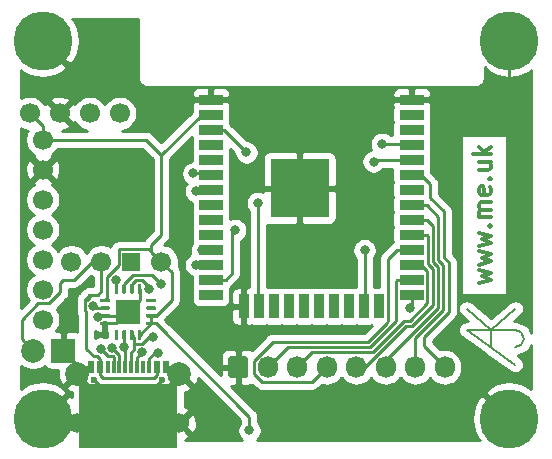
<source format=gbr>
%TF.GenerationSoftware,KiCad,Pcbnew,(5.1.9-0-10_14)*%
%TF.CreationDate,2021-03-09T10:31:21+00:00*%
%TF.ProjectId,OLED,4f4c4544-2e6b-4696-9361-645f70636258,rev?*%
%TF.SameCoordinates,Original*%
%TF.FileFunction,Copper,L1,Top*%
%TF.FilePolarity,Positive*%
%FSLAX46Y46*%
G04 Gerber Fmt 4.6, Leading zero omitted, Abs format (unit mm)*
G04 Created by KiCad (PCBNEW (5.1.9-0-10_14)) date 2021-03-09 10:31:21*
%MOMM*%
%LPD*%
G01*
G04 APERTURE LIST*
%TA.AperFunction,NonConductor*%
%ADD10C,0.300000*%
%TD*%
%TA.AperFunction,EtchedComponent*%
%ADD11C,0.200000*%
%TD*%
%TA.AperFunction,ComponentPad*%
%ADD12C,2.000000*%
%TD*%
%TA.AperFunction,ComponentPad*%
%ADD13R,2.000000X2.000000*%
%TD*%
%TA.AperFunction,ComponentPad*%
%ADD14C,5.000000*%
%TD*%
%TA.AperFunction,ComponentPad*%
%ADD15C,1.700000*%
%TD*%
%TA.AperFunction,SMDPad,CuDef*%
%ADD16R,2.000000X0.900000*%
%TD*%
%TA.AperFunction,SMDPad,CuDef*%
%ADD17R,0.900000X2.000000*%
%TD*%
%TA.AperFunction,SMDPad,CuDef*%
%ADD18R,5.000000X5.000000*%
%TD*%
%TA.AperFunction,SMDPad,CuDef*%
%ADD19R,2.100000X2.100000*%
%TD*%
%TA.AperFunction,SMDPad,CuDef*%
%ADD20C,1.700000*%
%TD*%
%TA.AperFunction,ComponentPad*%
%ADD21R,1.524000X1.524000*%
%TD*%
%TA.AperFunction,ComponentPad*%
%ADD22O,1.700000X1.850000*%
%TD*%
%TA.AperFunction,SMDPad,CuDef*%
%ADD23R,8.340000X5.490000*%
%TD*%
%TA.AperFunction,SMDPad,CuDef*%
%ADD24R,0.600000X1.140000*%
%TD*%
%TA.AperFunction,SMDPad,CuDef*%
%ADD25R,0.300000X1.140000*%
%TD*%
%TA.AperFunction,ComponentPad*%
%ADD26C,0.600000*%
%TD*%
%TA.AperFunction,ViaPad*%
%ADD27C,0.800000*%
%TD*%
%TA.AperFunction,Conductor*%
%ADD28C,0.250000*%
%TD*%
%TA.AperFunction,Conductor*%
%ADD29C,0.254000*%
%TD*%
%TA.AperFunction,Conductor*%
%ADD30C,0.100000*%
%TD*%
G04 APERTURE END LIST*
D10*
X129428571Y-86035714D02*
X130428571Y-85750000D01*
X129714285Y-85464285D01*
X130428571Y-85178571D01*
X129428571Y-84892857D01*
X129428571Y-84464285D02*
X130428571Y-84178571D01*
X129714285Y-83892857D01*
X130428571Y-83607142D01*
X129428571Y-83321428D01*
X129428571Y-82892857D02*
X130428571Y-82607142D01*
X129714285Y-82321428D01*
X130428571Y-82035714D01*
X129428571Y-81750000D01*
X130285714Y-81178571D02*
X130357142Y-81107142D01*
X130428571Y-81178571D01*
X130357142Y-81250000D01*
X130285714Y-81178571D01*
X130428571Y-81178571D01*
X130428571Y-80464285D02*
X129428571Y-80464285D01*
X129571428Y-80464285D02*
X129500000Y-80392857D01*
X129428571Y-80250000D01*
X129428571Y-80035714D01*
X129500000Y-79892857D01*
X129642857Y-79821428D01*
X130428571Y-79821428D01*
X129642857Y-79821428D02*
X129500000Y-79750000D01*
X129428571Y-79607142D01*
X129428571Y-79392857D01*
X129500000Y-79250000D01*
X129642857Y-79178571D01*
X130428571Y-79178571D01*
X130357142Y-77892857D02*
X130428571Y-78035714D01*
X130428571Y-78321428D01*
X130357142Y-78464285D01*
X130214285Y-78535714D01*
X129642857Y-78535714D01*
X129500000Y-78464285D01*
X129428571Y-78321428D01*
X129428571Y-78035714D01*
X129500000Y-77892857D01*
X129642857Y-77821428D01*
X129785714Y-77821428D01*
X129928571Y-78535714D01*
X130285714Y-77178571D02*
X130357142Y-77107142D01*
X130428571Y-77178571D01*
X130357142Y-77250000D01*
X130285714Y-77178571D01*
X130428571Y-77178571D01*
X129428571Y-75821428D02*
X130428571Y-75821428D01*
X129428571Y-76464285D02*
X130214285Y-76464285D01*
X130357142Y-76392857D01*
X130428571Y-76250000D01*
X130428571Y-76035714D01*
X130357142Y-75892857D01*
X130285714Y-75821428D01*
X130428571Y-75107142D02*
X128928571Y-75107142D01*
X129857142Y-74964285D02*
X130428571Y-74535714D01*
X129428571Y-74535714D02*
X130000000Y-75107142D01*
D11*
%TO.C,REF\u002A\u002A*%
X132517650Y-92935880D02*
X128400000Y-89994700D01*
X132517650Y-89994700D02*
X133037579Y-90210062D01*
X128400000Y-89994700D02*
X132517650Y-89994700D01*
X133252940Y-90729994D02*
X133037579Y-91249926D01*
X133037579Y-90210062D02*
X133252940Y-90729994D01*
X133037579Y-91249926D02*
X132517650Y-91465288D01*
X130458820Y-89994710D02*
X132517650Y-88230000D01*
X130459000Y-89994700D02*
X130459000Y-91465300D01*
X128400000Y-88230000D02*
X130458820Y-89994710D01*
%TD*%
D12*
%TO.P,J2,2*%
%TO.N,Net-(J1-PadA4)*%
X91710000Y-91750000D03*
D13*
%TO.P,J2,1*%
%TO.N,GND*%
X94250000Y-91750000D03*
%TD*%
D14*
%TO.P,M2,S*%
%TO.N,GND*%
X92500000Y-65500000D03*
X92500000Y-97500000D03*
X132000000Y-97500000D03*
X132000000Y-65500000D03*
D15*
%TO.P,M2,7*%
%TO.N,OLED-RST*%
X92500000Y-89120000D03*
%TO.P,M2,6*%
%TO.N,OLED-DC*%
X92500000Y-86580000D03*
%TO.P,M2,5*%
%TO.N,OLED-CS0*%
X92500000Y-84040000D03*
%TO.P,M2,4*%
%TO.N,OLED-SCLK*%
X92500000Y-81500000D03*
%TO.P,M2,3*%
%TO.N,OLED-MOSI*%
X92500000Y-78960000D03*
%TO.P,M2,2*%
%TO.N,GND*%
X92500000Y-76420000D03*
%TO.P,M2,1*%
%TO.N,+3V3*%
X92500000Y-73880000D03*
%TD*%
%TO.P,M3,4*%
%TO.N,CO2-SDA*%
X99020000Y-71650000D03*
%TO.P,M3,3*%
%TO.N,CO2-SCL*%
X96480000Y-71650000D03*
%TO.P,M3,2*%
%TO.N,GND*%
X93940000Y-71650000D03*
%TO.P,M3,1*%
%TO.N,+3V3*%
X91400000Y-71650000D03*
%TD*%
D16*
%TO.P,U2,38*%
%TO.N,GND*%
X123750000Y-70500000D03*
%TO.P,U2,37*%
%TO.N,Net-(U2-Pad37)*%
X123750000Y-71770000D03*
%TO.P,U2,36*%
%TO.N,Net-(U2-Pad36)*%
X123750000Y-73040000D03*
%TO.P,U2,35*%
%TO.N,Net-(U1-Pad2)*%
X123750000Y-74310000D03*
%TO.P,U2,34*%
%TO.N,Net-(U1-Pad15)*%
X123750000Y-75580000D03*
%TO.P,U2,33*%
%TO.N,IO7*%
X123750000Y-76850000D03*
%TO.P,U2,32*%
%TO.N,Net-(U2-Pad32)*%
X123750000Y-78120000D03*
%TO.P,U2,31*%
%TO.N,IO6*%
X123750000Y-79390000D03*
%TO.P,U2,30*%
%TO.N,IO5*%
X123750000Y-80660000D03*
%TO.P,U2,29*%
%TO.N,IO4*%
X123750000Y-81930000D03*
%TO.P,U2,28*%
%TO.N,IO3*%
X123750000Y-83200000D03*
%TO.P,U2,27*%
%TO.N,IO2*%
X123750000Y-84470000D03*
%TO.P,U2,26*%
%TO.N,IO1*%
X123750000Y-85740000D03*
%TO.P,U2,25*%
%TO.N,Net-(U1-Pad14)*%
X123750000Y-87010000D03*
D17*
%TO.P,U2,24*%
%TO.N,Net-(U2-Pad24)*%
X120965000Y-88010000D03*
%TO.P,U2,23*%
%TO.N,OLED-CS0*%
X119695000Y-88010000D03*
%TO.P,U2,22*%
%TO.N,Net-(U2-Pad22)*%
X118425000Y-88010000D03*
%TO.P,U2,21*%
%TO.N,Net-(U2-Pad21)*%
X117155000Y-88010000D03*
%TO.P,U2,20*%
%TO.N,Net-(U2-Pad20)*%
X115885000Y-88010000D03*
%TO.P,U2,19*%
%TO.N,Net-(U2-Pad19)*%
X114615000Y-88010000D03*
%TO.P,U2,18*%
%TO.N,Net-(U2-Pad18)*%
X113345000Y-88010000D03*
%TO.P,U2,17*%
%TO.N,Net-(U2-Pad17)*%
X112075000Y-88010000D03*
%TO.P,U2,16*%
%TO.N,OLED-MOSI*%
X110805000Y-88010000D03*
%TO.P,U2,15*%
%TO.N,GND*%
X109535000Y-88010000D03*
D16*
%TO.P,U2,14*%
%TO.N,Net-(U2-Pad14)*%
X106750000Y-87010000D03*
%TO.P,U2,13*%
%TO.N,OLED-SCLK*%
X106750000Y-85740000D03*
%TO.P,U2,12*%
%TO.N,OLED-RST*%
X106750000Y-84470000D03*
%TO.P,U2,11*%
%TO.N,OLED-DC*%
X106750000Y-83200000D03*
%TO.P,U2,10*%
%TO.N,Net-(U2-Pad10)*%
X106750000Y-81930000D03*
%TO.P,U2,9*%
%TO.N,Net-(U2-Pad9)*%
X106750000Y-80660000D03*
%TO.P,U2,8*%
%TO.N,Net-(U2-Pad8)*%
X106750000Y-79390000D03*
%TO.P,U2,7*%
%TO.N,CO2-SCL*%
X106750000Y-78120000D03*
%TO.P,U2,6*%
%TO.N,CO2-SDA*%
X106750000Y-76850000D03*
%TO.P,U2,5*%
%TO.N,Net-(U2-Pad5)*%
X106750000Y-75580000D03*
%TO.P,U2,4*%
%TO.N,Net-(U2-Pad4)*%
X106750000Y-74310000D03*
%TO.P,U2,3*%
%TO.N,Net-(U1-Pad16)*%
X106750000Y-73040000D03*
%TO.P,U2,2*%
%TO.N,+3V3*%
X106750000Y-71770000D03*
%TO.P,U2,1*%
%TO.N,GND*%
X106750000Y-70500000D03*
D18*
%TO.P,U2,39*%
X114250000Y-78000000D03*
%TD*%
D19*
%TO.P,U1,17*%
%TO.N,GND*%
X99725000Y-88475000D03*
%TO.P,U1,16*%
%TO.N,Net-(U1-Pad16)*%
%TA.AperFunction,SMDPad,CuDef*%
G36*
G01*
X98600000Y-86875000D02*
X98600000Y-86175000D01*
G75*
G02*
X98675000Y-86100000I75000J0D01*
G01*
X98825000Y-86100000D01*
G75*
G02*
X98900000Y-86175000I0J-75000D01*
G01*
X98900000Y-86875000D01*
G75*
G02*
X98825000Y-86950000I-75000J0D01*
G01*
X98675000Y-86950000D01*
G75*
G02*
X98600000Y-86875000I0J75000D01*
G01*
G37*
%TD.AperFunction*%
%TO.P,U1,15*%
%TO.N,Net-(U1-Pad15)*%
%TA.AperFunction,SMDPad,CuDef*%
G36*
G01*
X99250000Y-86875000D02*
X99250000Y-86175000D01*
G75*
G02*
X99325000Y-86100000I75000J0D01*
G01*
X99475000Y-86100000D01*
G75*
G02*
X99550000Y-86175000I0J-75000D01*
G01*
X99550000Y-86875000D01*
G75*
G02*
X99475000Y-86950000I-75000J0D01*
G01*
X99325000Y-86950000D01*
G75*
G02*
X99250000Y-86875000I0J75000D01*
G01*
G37*
%TD.AperFunction*%
%TO.P,U1,14*%
%TO.N,Net-(U1-Pad14)*%
%TA.AperFunction,SMDPad,CuDef*%
G36*
G01*
X99900000Y-86875000D02*
X99900000Y-86175000D01*
G75*
G02*
X99975000Y-86100000I75000J0D01*
G01*
X100125000Y-86100000D01*
G75*
G02*
X100200000Y-86175000I0J-75000D01*
G01*
X100200000Y-86875000D01*
G75*
G02*
X100125000Y-86950000I-75000J0D01*
G01*
X99975000Y-86950000D01*
G75*
G02*
X99900000Y-86875000I0J75000D01*
G01*
G37*
%TD.AperFunction*%
%TO.P,U1,13*%
%TO.N,GND*%
%TA.AperFunction,SMDPad,CuDef*%
G36*
G01*
X100550000Y-86875000D02*
X100550000Y-86175000D01*
G75*
G02*
X100625000Y-86100000I75000J0D01*
G01*
X100775000Y-86100000D01*
G75*
G02*
X100850000Y-86175000I0J-75000D01*
G01*
X100850000Y-86875000D01*
G75*
G02*
X100775000Y-86950000I-75000J0D01*
G01*
X100625000Y-86950000D01*
G75*
G02*
X100550000Y-86875000I0J75000D01*
G01*
G37*
%TD.AperFunction*%
%TO.P,U1,12*%
%TO.N,Net-(U1-Pad12)*%
%TA.AperFunction,SMDPad,CuDef*%
G36*
G01*
X101250000Y-87575000D02*
X101250000Y-87425000D01*
G75*
G02*
X101325000Y-87350000I75000J0D01*
G01*
X102025000Y-87350000D01*
G75*
G02*
X102100000Y-87425000I0J-75000D01*
G01*
X102100000Y-87575000D01*
G75*
G02*
X102025000Y-87650000I-75000J0D01*
G01*
X101325000Y-87650000D01*
G75*
G02*
X101250000Y-87575000I0J75000D01*
G01*
G37*
%TD.AperFunction*%
%TO.P,U1,11*%
%TO.N,Net-(U1-Pad11)*%
%TA.AperFunction,SMDPad,CuDef*%
G36*
G01*
X101250000Y-88225000D02*
X101250000Y-88075000D01*
G75*
G02*
X101325000Y-88000000I75000J0D01*
G01*
X102025000Y-88000000D01*
G75*
G02*
X102100000Y-88075000I0J-75000D01*
G01*
X102100000Y-88225000D01*
G75*
G02*
X102025000Y-88300000I-75000J0D01*
G01*
X101325000Y-88300000D01*
G75*
G02*
X101250000Y-88225000I0J75000D01*
G01*
G37*
%TD.AperFunction*%
%TO.P,U1,10*%
%TO.N,+3V3*%
%TA.AperFunction,SMDPad,CuDef*%
G36*
G01*
X101250000Y-88875000D02*
X101250000Y-88725000D01*
G75*
G02*
X101325000Y-88650000I75000J0D01*
G01*
X102025000Y-88650000D01*
G75*
G02*
X102100000Y-88725000I0J-75000D01*
G01*
X102100000Y-88875000D01*
G75*
G02*
X102025000Y-88950000I-75000J0D01*
G01*
X101325000Y-88950000D01*
G75*
G02*
X101250000Y-88875000I0J75000D01*
G01*
G37*
%TD.AperFunction*%
%TO.P,U1,9*%
%TA.AperFunction,SMDPad,CuDef*%
G36*
G01*
X101250000Y-89525000D02*
X101250000Y-89375000D01*
G75*
G02*
X101325000Y-89300000I75000J0D01*
G01*
X102025000Y-89300000D01*
G75*
G02*
X102100000Y-89375000I0J-75000D01*
G01*
X102100000Y-89525000D01*
G75*
G02*
X102025000Y-89600000I-75000J0D01*
G01*
X101325000Y-89600000D01*
G75*
G02*
X101250000Y-89525000I0J75000D01*
G01*
G37*
%TD.AperFunction*%
%TO.P,U1,8*%
%TA.AperFunction,SMDPad,CuDef*%
G36*
G01*
X100550000Y-90775000D02*
X100550000Y-90075000D01*
G75*
G02*
X100625000Y-90000000I75000J0D01*
G01*
X100775000Y-90000000D01*
G75*
G02*
X100850000Y-90075000I0J-75000D01*
G01*
X100850000Y-90775000D01*
G75*
G02*
X100775000Y-90850000I-75000J0D01*
G01*
X100625000Y-90850000D01*
G75*
G02*
X100550000Y-90775000I0J75000D01*
G01*
G37*
%TD.AperFunction*%
%TO.P,U1,7*%
%TO.N,Net-(J1-PadA7)*%
%TA.AperFunction,SMDPad,CuDef*%
G36*
G01*
X99900000Y-90775000D02*
X99900000Y-90075000D01*
G75*
G02*
X99975000Y-90000000I75000J0D01*
G01*
X100125000Y-90000000D01*
G75*
G02*
X100200000Y-90075000I0J-75000D01*
G01*
X100200000Y-90775000D01*
G75*
G02*
X100125000Y-90850000I-75000J0D01*
G01*
X99975000Y-90850000D01*
G75*
G02*
X99900000Y-90775000I0J75000D01*
G01*
G37*
%TD.AperFunction*%
%TO.P,U1,6*%
%TO.N,Net-(J1-PadA6)*%
%TA.AperFunction,SMDPad,CuDef*%
G36*
G01*
X99250000Y-90775000D02*
X99250000Y-90075000D01*
G75*
G02*
X99325000Y-90000000I75000J0D01*
G01*
X99475000Y-90000000D01*
G75*
G02*
X99550000Y-90075000I0J-75000D01*
G01*
X99550000Y-90775000D01*
G75*
G02*
X99475000Y-90850000I-75000J0D01*
G01*
X99325000Y-90850000D01*
G75*
G02*
X99250000Y-90775000I0J75000D01*
G01*
G37*
%TD.AperFunction*%
%TO.P,U1,5*%
%TO.N,Net-(U1-Pad5)*%
%TA.AperFunction,SMDPad,CuDef*%
G36*
G01*
X98600000Y-90775000D02*
X98600000Y-90075000D01*
G75*
G02*
X98675000Y-90000000I75000J0D01*
G01*
X98825000Y-90000000D01*
G75*
G02*
X98900000Y-90075000I0J-75000D01*
G01*
X98900000Y-90775000D01*
G75*
G02*
X98825000Y-90850000I-75000J0D01*
G01*
X98675000Y-90850000D01*
G75*
G02*
X98600000Y-90775000I0J75000D01*
G01*
G37*
%TD.AperFunction*%
%TO.P,U1,4*%
%TO.N,GND*%
%TA.AperFunction,SMDPad,CuDef*%
G36*
G01*
X97350000Y-89525000D02*
X97350000Y-89375000D01*
G75*
G02*
X97425000Y-89300000I75000J0D01*
G01*
X98125000Y-89300000D01*
G75*
G02*
X98200000Y-89375000I0J-75000D01*
G01*
X98200000Y-89525000D01*
G75*
G02*
X98125000Y-89600000I-75000J0D01*
G01*
X97425000Y-89600000D01*
G75*
G02*
X97350000Y-89525000I0J75000D01*
G01*
G37*
%TD.AperFunction*%
%TO.P,U1,3*%
%TA.AperFunction,SMDPad,CuDef*%
G36*
G01*
X97350000Y-88875000D02*
X97350000Y-88725000D01*
G75*
G02*
X97425000Y-88650000I75000J0D01*
G01*
X98125000Y-88650000D01*
G75*
G02*
X98200000Y-88725000I0J-75000D01*
G01*
X98200000Y-88875000D01*
G75*
G02*
X98125000Y-88950000I-75000J0D01*
G01*
X97425000Y-88950000D01*
G75*
G02*
X97350000Y-88875000I0J75000D01*
G01*
G37*
%TD.AperFunction*%
%TO.P,U1,2*%
%TO.N,Net-(U1-Pad2)*%
%TA.AperFunction,SMDPad,CuDef*%
G36*
G01*
X97350000Y-88225000D02*
X97350000Y-88075000D01*
G75*
G02*
X97425000Y-88000000I75000J0D01*
G01*
X98125000Y-88000000D01*
G75*
G02*
X98200000Y-88075000I0J-75000D01*
G01*
X98200000Y-88225000D01*
G75*
G02*
X98125000Y-88300000I-75000J0D01*
G01*
X97425000Y-88300000D01*
G75*
G02*
X97350000Y-88225000I0J75000D01*
G01*
G37*
%TD.AperFunction*%
%TO.P,U1,1*%
%TO.N,+3V3*%
%TA.AperFunction,SMDPad,CuDef*%
G36*
G01*
X97350000Y-87575000D02*
X97350000Y-87425000D01*
G75*
G02*
X97425000Y-87350000I75000J0D01*
G01*
X98125000Y-87350000D01*
G75*
G02*
X98200000Y-87425000I0J-75000D01*
G01*
X98200000Y-87575000D01*
G75*
G02*
X98125000Y-87650000I-75000J0D01*
G01*
X97425000Y-87650000D01*
G75*
G02*
X97350000Y-87575000I0J75000D01*
G01*
G37*
%TD.AperFunction*%
%TD*%
D20*
%TO.P,M1,1*%
%TO.N,Net-(M1-Pad1)*%
X94940000Y-84230000D03*
D15*
%TO.P,M1,4*%
%TO.N,+3V3*%
X102560000Y-84230000D03*
D21*
%TO.P,M1,3*%
%TO.N,GND*%
X100020000Y-84230000D03*
D15*
%TO.P,M1,2*%
%TO.N,Net-(J1-PadA4)*%
X97480000Y-84230000D03*
%TD*%
D22*
%TO.P,J3,8*%
%TO.N,IO7*%
X126550000Y-93150000D03*
%TO.P,J3,7*%
%TO.N,IO6*%
X124050000Y-93150000D03*
%TO.P,J3,6*%
%TO.N,IO5*%
X121550000Y-93150000D03*
%TO.P,J3,5*%
%TO.N,IO4*%
X119050000Y-93150000D03*
%TO.P,J3,4*%
%TO.N,IO3*%
X116550000Y-93150000D03*
%TO.P,J3,3*%
%TO.N,IO2*%
X114050000Y-93150000D03*
%TO.P,J3,2*%
%TO.N,IO1*%
X111550000Y-93150000D03*
%TO.P,J3,1*%
%TO.N,GND*%
%TA.AperFunction,ComponentPad*%
G36*
G01*
X108200000Y-93825000D02*
X108200000Y-92475000D01*
G75*
G02*
X108450000Y-92225000I250000J0D01*
G01*
X109650000Y-92225000D01*
G75*
G02*
X109900000Y-92475000I0J-250000D01*
G01*
X109900000Y-93825000D01*
G75*
G02*
X109650000Y-94075000I-250000J0D01*
G01*
X108450000Y-94075000D01*
G75*
G02*
X108200000Y-93825000I0J250000D01*
G01*
G37*
%TD.AperFunction*%
%TD*%
D23*
%TO.P,J1,S1*%
%TO.N,GND*%
X99750000Y-97250000D03*
D24*
%TO.P,J1,A12*%
X102950000Y-93135000D03*
%TO.P,J1,A4*%
%TO.N,Net-(J1-PadA4)*%
X97350000Y-93135000D03*
%TO.P,J1,B12*%
%TO.N,GND*%
X96550000Y-93135000D03*
%TO.P,J1,B4*%
%TO.N,Net-(J1-PadA4)*%
X102150000Y-93135000D03*
D15*
%TO.P,J1,S1*%
%TO.N,GND*%
X104075000Y-97905000D03*
X95425000Y-97905000D03*
D12*
X104075000Y-93725000D03*
X95425000Y-93725000D03*
D25*
%TO.P,J1,A7*%
%TO.N,Net-(J1-PadA7)*%
X100000000Y-93135000D03*
%TO.P,J1,A6*%
%TO.N,Net-(J1-PadA6)*%
X99500000Y-93135000D03*
%TO.P,J1,B6*%
X100500000Y-93135000D03*
%TO.P,J1,B7*%
%TO.N,Net-(J1-PadA7)*%
X99000000Y-93135000D03*
%TO.P,J1,A8*%
%TO.N,Net-(J1-PadA8)*%
X101000000Y-93135000D03*
%TO.P,J1,A5*%
%TO.N,Net-(J1-PadA5)*%
X98500000Y-93135000D03*
%TO.P,J1,B5*%
%TO.N,Net-(J1-PadB5)*%
X101500000Y-93135000D03*
%TO.P,J1,B8*%
%TO.N,Net-(J1-PadB8)*%
X98000000Y-93135000D03*
D24*
%TO.P,J1,A9*%
%TO.N,Net-(J1-PadA4)*%
X102150000Y-93135000D03*
%TO.P,J1,B9*%
X97350000Y-93135000D03*
%TO.P,J1,B1*%
%TO.N,GND*%
X102950000Y-93135000D03*
D26*
%TO.P,J1,S1*%
X102640000Y-94205000D03*
X96860000Y-94205000D03*
D24*
%TO.P,J1,A1*%
X96550000Y-93135000D03*
%TD*%
D27*
%TO.N,Net-(J1-PadA7)*%
X101831940Y-90631165D03*
X98398044Y-91499259D03*
%TO.N,Net-(J1-PadA6)*%
X100950065Y-91899960D03*
X99396733Y-91447838D03*
%TO.N,Net-(J1-PadA5)*%
X97400976Y-91575940D03*
%TO.N,Net-(J1-PadB5)*%
X102272627Y-91964988D03*
%TO.N,Net-(U1-Pad16)*%
X98750000Y-85750000D03*
X109750000Y-74975010D03*
%TO.N,Net-(U1-Pad15)*%
X120524990Y-75750000D03*
X102547218Y-86130011D03*
%TO.N,Net-(U1-Pad14)*%
X123634841Y-88134841D03*
X101500000Y-86500000D03*
%TO.N,Net-(U1-Pad2)*%
X121250000Y-74250000D03*
X96786210Y-87989109D03*
%TO.N,GND*%
X97200843Y-88935633D03*
%TO.N,+3V3*%
X110000000Y-98500000D03*
%TO.N,OLED-RST*%
X105500000Y-84500000D03*
%TO.N,OLED-DC*%
X105975010Y-83262660D03*
%TO.N,OLED-CS0*%
X119750000Y-83250000D03*
%TO.N,OLED-SCLK*%
X108792885Y-81542885D03*
%TO.N,OLED-MOSI*%
X110750000Y-79250000D03*
%TO.N,CO2-SDA*%
X105250000Y-76750000D03*
%TO.N,CO2-SCL*%
X105500000Y-78250000D03*
%TD*%
D28*
%TO.N,Net-(J1-PadA4)*%
X102150000Y-93790002D02*
X102150000Y-93135000D01*
X97589999Y-94030001D02*
X101910001Y-94030001D01*
X101910001Y-94030001D02*
X102150000Y-93790002D01*
X97350000Y-93790002D02*
X97589999Y-94030001D01*
X97350000Y-93135000D02*
X97350000Y-93790002D01*
X94000000Y-86819002D02*
X94000000Y-86000000D01*
X93064001Y-87755001D02*
X94000000Y-86819002D01*
X90710001Y-89170997D02*
X92125997Y-87755001D01*
X90710001Y-90750001D02*
X90710001Y-89170997D01*
X94000000Y-86000000D02*
X94245355Y-85754645D01*
X92125997Y-87755001D02*
X93064001Y-87755001D01*
X91710000Y-91750000D02*
X90710001Y-90750001D01*
X95154357Y-85754645D02*
X96679002Y-84230000D01*
X94245355Y-85754645D02*
X94995355Y-85754645D01*
X96679002Y-84230000D02*
X97480000Y-84230000D01*
X94995355Y-85754645D02*
X95154357Y-85754645D01*
X97210000Y-87000000D02*
X96500000Y-87000000D01*
X96500000Y-87000000D02*
X96449338Y-87050662D01*
X97480000Y-86730000D02*
X97210000Y-87000000D01*
X97480000Y-84230000D02*
X97480000Y-86730000D01*
X96500000Y-87000000D02*
X96500000Y-87250000D01*
X96165939Y-88441842D02*
X96165939Y-91584061D01*
X96500000Y-87250000D02*
X96250000Y-87500000D01*
X97110001Y-92239999D02*
X97350000Y-92479998D01*
X96821876Y-92239999D02*
X97110001Y-92239999D01*
X96449338Y-87050662D02*
X96061208Y-87438792D01*
X96061208Y-87438792D02*
X96061208Y-88337111D01*
X97350000Y-92479998D02*
X97350000Y-93135000D01*
X96165939Y-91584061D02*
X96821876Y-92239999D01*
X96061208Y-88337111D02*
X96165939Y-88441842D01*
%TO.N,Net-(J1-PadA7)*%
X100050000Y-90425000D02*
X100200000Y-90575000D01*
X100200000Y-90575000D02*
X100200000Y-91200000D01*
X101831940Y-90631165D02*
X101484537Y-90631165D01*
X101484537Y-90631165D02*
X100940692Y-91175010D01*
X100940692Y-91175010D02*
X100224990Y-91175010D01*
X100224990Y-91175010D02*
X100200000Y-91200000D01*
X100200000Y-91700238D02*
X100000000Y-91900238D01*
X100200000Y-91200000D02*
X100200000Y-91700238D01*
X99000000Y-92101215D02*
X98398044Y-91499259D01*
X100000000Y-91900238D02*
X100000000Y-93135000D01*
X99000000Y-93135000D02*
X99000000Y-92101215D01*
%TO.N,Net-(J1-PadA6)*%
X100500000Y-92350025D02*
X100950065Y-91899960D01*
X100500000Y-93135000D02*
X100500000Y-92350025D01*
X99500000Y-93135000D02*
X99500000Y-91551105D01*
X99400000Y-91444571D02*
X99396733Y-91447838D01*
X99390956Y-91453615D02*
X99396733Y-91447838D01*
X99296385Y-91453615D02*
X99390956Y-91453615D01*
X99500000Y-91551105D02*
X99396733Y-91447838D01*
X99400000Y-90425000D02*
X99400000Y-91444571D01*
%TO.N,Net-(J1-PadA5)*%
X98424999Y-92239999D02*
X98065035Y-92239999D01*
X98500000Y-92315000D02*
X98424999Y-92239999D01*
X98065035Y-92239999D02*
X97400976Y-91575940D01*
X98500000Y-93135000D02*
X98500000Y-92315000D01*
%TO.N,Net-(J1-PadB5)*%
X101500000Y-92423029D02*
X101958041Y-91964988D01*
X101958041Y-91964988D02*
X102272627Y-91964988D01*
X101500000Y-93135000D02*
X101500000Y-92423029D01*
%TO.N,Net-(U1-Pad16)*%
X98750000Y-86525000D02*
X98750000Y-85750000D01*
X106750000Y-73040000D02*
X107814990Y-73040000D01*
X107814990Y-73040000D02*
X109750000Y-74975010D01*
%TO.N,Net-(U1-Pad15)*%
X120694990Y-75580000D02*
X120524990Y-75750000D01*
X123750000Y-75580000D02*
X120694990Y-75580000D01*
X100175021Y-85324979D02*
X101742186Y-85324979D01*
X101742186Y-85324979D02*
X102547218Y-86130011D01*
X99400000Y-86525000D02*
X99400000Y-86100000D01*
X99400000Y-86100000D02*
X100175021Y-85324979D01*
%TO.N,Net-(U1-Pad14)*%
X123750000Y-88019682D02*
X123634841Y-88134841D01*
X123750000Y-87010000D02*
X123750000Y-88019682D01*
X101500000Y-86334298D02*
X101500000Y-86500000D01*
X100050000Y-86100000D02*
X100375010Y-85774990D01*
X100375010Y-85774990D02*
X100940692Y-85774990D01*
X100050000Y-86525000D02*
X100050000Y-86100000D01*
X100940692Y-85774990D02*
X101500000Y-86334298D01*
%TO.N,Net-(U1-Pad2)*%
X123690000Y-74250000D02*
X123750000Y-74310000D01*
X121250000Y-74250000D02*
X123690000Y-74250000D01*
X97775000Y-88150000D02*
X96947101Y-88150000D01*
X96947101Y-88150000D02*
X96786210Y-87989109D01*
%TO.N,GND*%
X100700000Y-87500000D02*
X99725000Y-88475000D01*
X100700000Y-86525000D02*
X100700000Y-87500000D01*
X99400000Y-88800000D02*
X99725000Y-88475000D01*
X97775000Y-88800000D02*
X99400000Y-88800000D01*
X98750000Y-89450000D02*
X99725000Y-88475000D01*
X97775000Y-89450000D02*
X98750000Y-89450000D01*
X98950000Y-97250000D02*
X95425000Y-93725000D01*
X99750000Y-97250000D02*
X98950000Y-97250000D01*
X96080000Y-97250000D02*
X95425000Y-97905000D01*
X99750000Y-97250000D02*
X96080000Y-97250000D01*
X100550000Y-97250000D02*
X104075000Y-93725000D01*
X99750000Y-97250000D02*
X100550000Y-97250000D01*
X99750000Y-97250000D02*
X103250000Y-97250000D01*
X103905000Y-97905000D02*
X104075000Y-97905000D01*
X103250000Y-97250000D02*
X103905000Y-97905000D01*
X99750000Y-97095000D02*
X102640000Y-94205000D01*
X99750000Y-97095000D02*
X96860000Y-94205000D01*
X99750000Y-97250000D02*
X99750000Y-97095000D01*
X103485000Y-93135000D02*
X104075000Y-93725000D01*
X102950000Y-93135000D02*
X103485000Y-93135000D01*
X96015000Y-93135000D02*
X95425000Y-93725000D01*
X96550000Y-93135000D02*
X96015000Y-93135000D01*
X92905000Y-97905000D02*
X92500000Y-97500000D01*
X95425000Y-97905000D02*
X92905000Y-97905000D01*
X95425000Y-92925000D02*
X94250000Y-91750000D01*
X95425000Y-93725000D02*
X95425000Y-92925000D01*
X97336476Y-88800000D02*
X97200843Y-88935633D01*
X97775000Y-88800000D02*
X97336476Y-88800000D01*
X130535533Y-70500000D02*
X123750000Y-70500000D01*
X132000000Y-69035533D02*
X130535533Y-70500000D01*
X132000000Y-65500000D02*
X132000000Y-69035533D01*
%TO.N,+3V3*%
X101675000Y-89450000D02*
X100700000Y-90425000D01*
X101675000Y-88800000D02*
X101675000Y-89450000D01*
X110000000Y-97350000D02*
X110000000Y-98500000D01*
X102100000Y-89450000D02*
X110000000Y-97350000D01*
X101675000Y-89450000D02*
X102100000Y-89450000D01*
X102560000Y-75194998D02*
X105984998Y-71770000D01*
X105984998Y-71770000D02*
X106750000Y-71770000D01*
X92500000Y-72750000D02*
X92500000Y-73880000D01*
X91400000Y-71650000D02*
X92500000Y-72750000D01*
X101245002Y-73880000D02*
X102560000Y-75194998D01*
X92500000Y-73880000D02*
X101245002Y-73880000D01*
X101710001Y-83380001D02*
X101710001Y-82795349D01*
X101710001Y-82795349D02*
X102560000Y-81945350D01*
X102560000Y-81945350D02*
X102560000Y-75194998D01*
X102560000Y-84230000D02*
X101710001Y-83380001D01*
X103409999Y-85079999D02*
X102560000Y-84230000D01*
X103409999Y-87490001D02*
X103409999Y-85079999D01*
X102100000Y-88800000D02*
X103409999Y-87490001D01*
X101675000Y-88800000D02*
X102100000Y-88800000D01*
X97775000Y-87500000D02*
X97950009Y-87324991D01*
X98932999Y-83207999D02*
X98997999Y-83142999D01*
X101472999Y-83142999D02*
X102560000Y-84230000D01*
X97950009Y-87324991D02*
X97950009Y-85498993D01*
X97950009Y-85498993D02*
X98932999Y-84516003D01*
X98932999Y-84516003D02*
X98932999Y-83207999D01*
X98997999Y-83142999D02*
X101472999Y-83142999D01*
%TO.N,OLED-RST*%
X106720000Y-84500000D02*
X106750000Y-84470000D01*
X105500000Y-84500000D02*
X106720000Y-84500000D01*
%TO.N,OLED-DC*%
X106687340Y-83262660D02*
X105975010Y-83262660D01*
X106750000Y-83200000D02*
X106687340Y-83262660D01*
%TO.N,OLED-CS0*%
X119750000Y-87955000D02*
X119695000Y-88010000D01*
X119750000Y-83250000D02*
X119750000Y-87955000D01*
%TO.N,OLED-SCLK*%
X108524999Y-81810771D02*
X108792885Y-81542885D01*
X108524999Y-85215001D02*
X108524999Y-81810771D01*
X106750000Y-85740000D02*
X108000000Y-85740000D01*
X108000000Y-85740000D02*
X108524999Y-85215001D01*
%TO.N,OLED-MOSI*%
X110750000Y-79250000D02*
X110750000Y-87955000D01*
X110750000Y-87955000D02*
X110805000Y-88010000D01*
%TO.N,CO2-SDA*%
X106650000Y-76750000D02*
X106750000Y-76850000D01*
X105250000Y-76750000D02*
X106650000Y-76750000D01*
%TO.N,CO2-SCL*%
X106620000Y-78250000D02*
X106750000Y-78120000D01*
X105500000Y-78250000D02*
X106620000Y-78250000D01*
%TO.N,IO7*%
X124750000Y-91350000D02*
X126550000Y-93150000D01*
X126875045Y-88511365D02*
X124750000Y-90636410D01*
X124750000Y-90636410D02*
X124750000Y-91350000D01*
X126875045Y-84284399D02*
X126875045Y-88511365D01*
X126457501Y-83866855D02*
X126875045Y-84284399D01*
X123750000Y-76850000D02*
X124515002Y-76850000D01*
X125332501Y-77667499D02*
X125332501Y-78832501D01*
X124515002Y-76850000D02*
X125332501Y-77667499D01*
X125332501Y-78832501D02*
X126457501Y-79957501D01*
X126457501Y-79957501D02*
X126457501Y-83866855D01*
%TO.N,IO6*%
X126007490Y-84053255D02*
X126425032Y-84470796D01*
X125000000Y-79390000D02*
X126007490Y-80397490D01*
X124050000Y-91200000D02*
X124050000Y-93150000D01*
X126007490Y-80397490D02*
X126007490Y-84053255D01*
X123750000Y-79390000D02*
X125000000Y-79390000D01*
X126425032Y-87925032D02*
X126425030Y-88324970D01*
X126425032Y-84470796D02*
X126425032Y-87925032D01*
X124050000Y-90700000D02*
X124050000Y-91200000D01*
X126425030Y-88324970D02*
X124050000Y-90700000D01*
%TO.N,IO5*%
X125000000Y-80660000D02*
X125557479Y-81217479D01*
X123750000Y-80660000D02*
X125000000Y-80660000D01*
X125557479Y-81217479D02*
X125557479Y-84239655D01*
X121550000Y-92563590D02*
X121550000Y-93150000D01*
X125557479Y-84239655D02*
X125975021Y-84657197D01*
X125975021Y-84657197D02*
X125975021Y-88138569D01*
X125975021Y-88138569D02*
X121550000Y-92563590D01*
%TO.N,IO4*%
X123278260Y-89685022D02*
X123746389Y-89685023D01*
X125107468Y-82037468D02*
X125000000Y-81930000D01*
X123746389Y-89685023D02*
X125525010Y-87906402D01*
X119813282Y-93150000D02*
X123278260Y-89685022D01*
X125525010Y-87906402D02*
X125525010Y-84843596D01*
X125107468Y-84426055D02*
X125107468Y-82037468D01*
X119050000Y-93150000D02*
X119813282Y-93150000D01*
X125525010Y-84843596D02*
X125107468Y-84426055D01*
X125000000Y-81930000D02*
X123750000Y-81930000D01*
%TO.N,IO3*%
X122500000Y-83200000D02*
X123750000Y-83200000D01*
X121740001Y-89270001D02*
X121740001Y-83959999D01*
X121675001Y-89335001D02*
X121740001Y-89270001D01*
X121740001Y-83959999D02*
X122500000Y-83200000D01*
X121675001Y-89335001D02*
X121675001Y-89379052D01*
X111963317Y-90999968D02*
X110374990Y-92588295D01*
X115299990Y-94400010D02*
X116550000Y-93150000D01*
X121675001Y-89379052D02*
X120054084Y-90999968D01*
X111063295Y-94400010D02*
X115299990Y-94400010D01*
X120054084Y-90999968D02*
X111963317Y-90999968D01*
X110374990Y-92588295D02*
X110374990Y-93711705D01*
X110374990Y-93711705D02*
X111063295Y-94400010D01*
%TO.N,IO2*%
X125075001Y-87720001D02*
X125075001Y-85029999D01*
X120426884Y-91899990D02*
X123091860Y-89235012D01*
X125075001Y-85029999D02*
X124515002Y-84470000D01*
X123091860Y-89235012D02*
X123559989Y-89235012D01*
X114050000Y-93150000D02*
X115300010Y-91899990D01*
X115300010Y-91899990D02*
X120426884Y-91899990D01*
X123559989Y-89235012D02*
X125075001Y-87720001D01*
X124515002Y-84470000D02*
X123750000Y-84470000D01*
%TO.N,IO1*%
X122424999Y-85815001D02*
X122500000Y-85740000D01*
X111550000Y-93150000D02*
X113250021Y-91449979D01*
X113250021Y-91449979D02*
X120240484Y-91449979D01*
X122500000Y-85740000D02*
X123750000Y-85740000D01*
X122424999Y-89265463D02*
X122424999Y-85815001D01*
X120240484Y-91449979D02*
X122424999Y-89265463D01*
%TD*%
D29*
%TO.N,GND*%
X104268748Y-93710858D02*
X104254605Y-93725000D01*
X105210413Y-94680808D01*
X105474814Y-94585044D01*
X105615704Y-94295429D01*
X105668657Y-94093459D01*
X109240000Y-97664802D01*
X109240000Y-97796289D01*
X109196063Y-97840226D01*
X109082795Y-98009744D01*
X109004774Y-98198102D01*
X108965000Y-98398061D01*
X108965000Y-98601939D01*
X109004774Y-98801898D01*
X109082795Y-98990256D01*
X109196063Y-99159774D01*
X109340226Y-99303937D01*
X109394198Y-99340000D01*
X104557254Y-99340000D01*
X104557216Y-99309601D01*
X104708747Y-99255919D01*
X104846157Y-99182472D01*
X104923792Y-98933397D01*
X104556287Y-98565892D01*
X104555838Y-98206233D01*
X105103397Y-98753792D01*
X105352472Y-98676157D01*
X105478371Y-98412117D01*
X105550339Y-98128589D01*
X105565611Y-97836469D01*
X105523599Y-97546981D01*
X105425919Y-97271253D01*
X105352472Y-97133843D01*
X105103397Y-97056208D01*
X104555086Y-97604519D01*
X104555000Y-97535750D01*
X104409823Y-97390573D01*
X104923792Y-96876603D01*
X104846157Y-96627528D01*
X104582117Y-96501629D01*
X104555586Y-96494895D01*
X104557094Y-95288269D01*
X104761088Y-95217795D01*
X104935044Y-95124814D01*
X105030808Y-94860413D01*
X104543591Y-94373196D01*
X104509502Y-94260820D01*
X104450537Y-94150506D01*
X104371185Y-94053815D01*
X104274494Y-93974463D01*
X104164180Y-93915498D01*
X104044482Y-93879188D01*
X104018765Y-93876655D01*
X103884399Y-93742289D01*
X103885087Y-93735308D01*
X103895395Y-93725000D01*
X103886935Y-93716540D01*
X103888072Y-93705000D01*
X103888062Y-93704048D01*
X104060858Y-93531253D01*
X104075000Y-93545395D01*
X104089143Y-93531253D01*
X104268748Y-93710858D01*
%TA.AperFunction,Conductor*%
D30*
G36*
X104268748Y-93710858D02*
G01*
X104254605Y-93725000D01*
X105210413Y-94680808D01*
X105474814Y-94585044D01*
X105615704Y-94295429D01*
X105668657Y-94093459D01*
X109240000Y-97664802D01*
X109240000Y-97796289D01*
X109196063Y-97840226D01*
X109082795Y-98009744D01*
X109004774Y-98198102D01*
X108965000Y-98398061D01*
X108965000Y-98601939D01*
X109004774Y-98801898D01*
X109082795Y-98990256D01*
X109196063Y-99159774D01*
X109340226Y-99303937D01*
X109394198Y-99340000D01*
X104557254Y-99340000D01*
X104557216Y-99309601D01*
X104708747Y-99255919D01*
X104846157Y-99182472D01*
X104923792Y-98933397D01*
X104556287Y-98565892D01*
X104555838Y-98206233D01*
X105103397Y-98753792D01*
X105352472Y-98676157D01*
X105478371Y-98412117D01*
X105550339Y-98128589D01*
X105565611Y-97836469D01*
X105523599Y-97546981D01*
X105425919Y-97271253D01*
X105352472Y-97133843D01*
X105103397Y-97056208D01*
X104555086Y-97604519D01*
X104555000Y-97535750D01*
X104409823Y-97390573D01*
X104923792Y-96876603D01*
X104846157Y-96627528D01*
X104582117Y-96501629D01*
X104555586Y-96494895D01*
X104557094Y-95288269D01*
X104761088Y-95217795D01*
X104935044Y-95124814D01*
X105030808Y-94860413D01*
X104543591Y-94373196D01*
X104509502Y-94260820D01*
X104450537Y-94150506D01*
X104371185Y-94053815D01*
X104274494Y-93974463D01*
X104164180Y-93915498D01*
X104044482Y-93879188D01*
X104018765Y-93876655D01*
X103884399Y-93742289D01*
X103885087Y-93735308D01*
X103895395Y-93725000D01*
X103886935Y-93716540D01*
X103888072Y-93705000D01*
X103888062Y-93704048D01*
X104060858Y-93531253D01*
X104075000Y-93545395D01*
X104089143Y-93531253D01*
X104268748Y-93710858D01*
G37*
%TD.AperFunction*%
D29*
X100590001Y-68717571D02*
X100586807Y-68750000D01*
X100599550Y-68879383D01*
X100637290Y-69003793D01*
X100698575Y-69118450D01*
X100781052Y-69218948D01*
X100881550Y-69301425D01*
X100996207Y-69362710D01*
X101120617Y-69400450D01*
X101217581Y-69410000D01*
X101250000Y-69413193D01*
X101282419Y-69410000D01*
X129217581Y-69410000D01*
X129250000Y-69413193D01*
X129282419Y-69410000D01*
X129379383Y-69400450D01*
X129503793Y-69362710D01*
X129618450Y-69301425D01*
X129718948Y-69218948D01*
X129801425Y-69118450D01*
X129862710Y-69003793D01*
X129900450Y-68879383D01*
X129913193Y-68750000D01*
X129910000Y-68717581D01*
X129910000Y-67769608D01*
X129976458Y-67703150D01*
X130252627Y-68121118D01*
X130797557Y-68411649D01*
X131388696Y-68590287D01*
X132003328Y-68650168D01*
X132617831Y-68588990D01*
X133208592Y-68409103D01*
X133747373Y-68121118D01*
X133840000Y-67980931D01*
X133840001Y-90226635D01*
X133730446Y-89962146D01*
X133719915Y-89927430D01*
X133651666Y-89799743D01*
X133559817Y-89687824D01*
X133452195Y-89599502D01*
X133447900Y-89595977D01*
X133390738Y-89565423D01*
X133352208Y-89544828D01*
X133352206Y-89544827D01*
X133320214Y-89527727D01*
X133285499Y-89517196D01*
X132832282Y-89329467D01*
X132800283Y-89312363D01*
X132661735Y-89270335D01*
X132553755Y-89259700D01*
X132553752Y-89259700D01*
X132517650Y-89256144D01*
X132481545Y-89259700D01*
X132445727Y-89259700D01*
X133023394Y-88764558D01*
X133098457Y-88686211D01*
X133176299Y-88564135D01*
X133228830Y-88429218D01*
X133254030Y-88286646D01*
X133250932Y-88141897D01*
X133219653Y-88000533D01*
X133161398Y-87867988D01*
X133078403Y-87749355D01*
X132973859Y-87649193D01*
X132851783Y-87571351D01*
X132716866Y-87518820D01*
X132574294Y-87493620D01*
X132429545Y-87496718D01*
X132288181Y-87527997D01*
X132155637Y-87586252D01*
X132066731Y-87648450D01*
X130458821Y-89026658D01*
X128850919Y-87648451D01*
X128762014Y-87586253D01*
X128629469Y-87527997D01*
X128488105Y-87496718D01*
X128343357Y-87493620D01*
X128200785Y-87518819D01*
X128065868Y-87571350D01*
X127943792Y-87649192D01*
X127839248Y-87749354D01*
X127756253Y-87867986D01*
X127697997Y-88000531D01*
X127666718Y-88141895D01*
X127663620Y-88286643D01*
X127688819Y-88429215D01*
X127741350Y-88564132D01*
X127819192Y-88686208D01*
X127894255Y-88764555D01*
X128471922Y-89259700D01*
X128447605Y-89259700D01*
X128423039Y-89256504D01*
X128375389Y-89259700D01*
X128363895Y-89259700D01*
X128339357Y-89262117D01*
X128278583Y-89266193D01*
X128267423Y-89269202D01*
X128255915Y-89270335D01*
X128197592Y-89288027D01*
X128138791Y-89303879D01*
X128128435Y-89309006D01*
X128117367Y-89312363D01*
X128063618Y-89341093D01*
X128009037Y-89368112D01*
X127999878Y-89375162D01*
X127989680Y-89380613D01*
X127942572Y-89419273D01*
X127894308Y-89456425D01*
X127886701Y-89465126D01*
X127877762Y-89472462D01*
X127839100Y-89519572D01*
X127799013Y-89565423D01*
X127793250Y-89575439D01*
X127785913Y-89584380D01*
X127757179Y-89638138D01*
X127726813Y-89690919D01*
X127723116Y-89701866D01*
X127717663Y-89712067D01*
X127699971Y-89770391D01*
X127680483Y-89828088D01*
X127678992Y-89839549D01*
X127675635Y-89850615D01*
X127669661Y-89911266D01*
X127661804Y-89971661D01*
X127662577Y-89983192D01*
X127661444Y-89994700D01*
X127667417Y-90055343D01*
X127671493Y-90116117D01*
X127674502Y-90127277D01*
X127675635Y-90138785D01*
X127693327Y-90197108D01*
X127709179Y-90255909D01*
X127714306Y-90266265D01*
X127717663Y-90277333D01*
X127746393Y-90331082D01*
X127773412Y-90385663D01*
X127780462Y-90394822D01*
X127785913Y-90405020D01*
X127824573Y-90452128D01*
X127861725Y-90500392D01*
X127870426Y-90507999D01*
X127877762Y-90516938D01*
X127924868Y-90555597D01*
X127943410Y-90571808D01*
X127952752Y-90578481D01*
X127989680Y-90608787D01*
X128011535Y-90620469D01*
X130012842Y-92049974D01*
X130048681Y-92079387D01*
X130069891Y-92090724D01*
X132119819Y-93554959D01*
X132213868Y-93609067D01*
X132351037Y-93655397D01*
X132494610Y-93674076D01*
X132639067Y-93664387D01*
X132778859Y-93626702D01*
X132908613Y-93562468D01*
X133023342Y-93474155D01*
X133118637Y-93365157D01*
X133190837Y-93239662D01*
X133237167Y-93102492D01*
X133255846Y-92958919D01*
X133246157Y-92814462D01*
X133208472Y-92674670D01*
X133144238Y-92544916D01*
X133055925Y-92430187D01*
X132974240Y-92358771D01*
X132714897Y-92173526D01*
X132765566Y-92158156D01*
X133285499Y-91942792D01*
X133320214Y-91932261D01*
X133380125Y-91900238D01*
X133435749Y-91870506D01*
X133447900Y-91864011D01*
X133487323Y-91831657D01*
X133559817Y-91772164D01*
X133651666Y-91660245D01*
X133719915Y-91532558D01*
X133730446Y-91497842D01*
X133840001Y-91233353D01*
X133840001Y-95019070D01*
X133747373Y-94878882D01*
X133202443Y-94588351D01*
X132611304Y-94409713D01*
X131996672Y-94349832D01*
X131382169Y-94411010D01*
X130791408Y-94590897D01*
X130252627Y-94878882D01*
X129976457Y-95296852D01*
X132000000Y-97320395D01*
X132014143Y-97306253D01*
X132193748Y-97485858D01*
X132179605Y-97500000D01*
X132193748Y-97514143D01*
X132014143Y-97693748D01*
X132000000Y-97679605D01*
X131985858Y-97693748D01*
X131806253Y-97514143D01*
X131820395Y-97500000D01*
X129796852Y-95476457D01*
X129378882Y-95752627D01*
X129088351Y-96297557D01*
X128909713Y-96888696D01*
X128849832Y-97503328D01*
X128911010Y-98117831D01*
X129090897Y-98708592D01*
X129378882Y-99247373D01*
X129519069Y-99340000D01*
X110605802Y-99340000D01*
X110659774Y-99303937D01*
X110803937Y-99159774D01*
X110917205Y-98990256D01*
X110995226Y-98801898D01*
X111035000Y-98601939D01*
X111035000Y-98398061D01*
X110995226Y-98198102D01*
X110917205Y-98009744D01*
X110803937Y-97840226D01*
X110760000Y-97796289D01*
X110760000Y-97387322D01*
X110763676Y-97349999D01*
X110760000Y-97312676D01*
X110760000Y-97312667D01*
X110749003Y-97201014D01*
X110705546Y-97057753D01*
X110634975Y-96925725D01*
X110634974Y-96925723D01*
X110563799Y-96838997D01*
X110540001Y-96809999D01*
X110511004Y-96786202D01*
X108436586Y-94711784D01*
X108764250Y-94710000D01*
X108923000Y-94551250D01*
X108923000Y-93277000D01*
X107723750Y-93277000D01*
X107565000Y-93435750D01*
X107563066Y-93838264D01*
X105949802Y-92225000D01*
X107561928Y-92225000D01*
X107565000Y-92864250D01*
X107723750Y-93023000D01*
X108923000Y-93023000D01*
X108923000Y-91748750D01*
X109177000Y-91748750D01*
X109177000Y-93023000D01*
X109197000Y-93023000D01*
X109197000Y-93277000D01*
X109177000Y-93277000D01*
X109177000Y-94551250D01*
X109335750Y-94710000D01*
X109900000Y-94713072D01*
X110024482Y-94700812D01*
X110144180Y-94664502D01*
X110215085Y-94626602D01*
X110499496Y-94911012D01*
X110523294Y-94940011D01*
X110639019Y-95034984D01*
X110771048Y-95105556D01*
X110914309Y-95149013D01*
X111025962Y-95160010D01*
X111025971Y-95160010D01*
X111063294Y-95163686D01*
X111100617Y-95160010D01*
X115262668Y-95160010D01*
X115299990Y-95163686D01*
X115337312Y-95160010D01*
X115337323Y-95160010D01*
X115448976Y-95149013D01*
X115592237Y-95105556D01*
X115724266Y-95034984D01*
X115839991Y-94940011D01*
X115863794Y-94911007D01*
X116126460Y-94648341D01*
X116258890Y-94688513D01*
X116550000Y-94717185D01*
X116841111Y-94688513D01*
X117121034Y-94603599D01*
X117379014Y-94465706D01*
X117605134Y-94280134D01*
X117790706Y-94054013D01*
X117800000Y-94036626D01*
X117809294Y-94054014D01*
X117994866Y-94280134D01*
X118220987Y-94465706D01*
X118478967Y-94603599D01*
X118758890Y-94688513D01*
X119050000Y-94717185D01*
X119341111Y-94688513D01*
X119621034Y-94603599D01*
X119879014Y-94465706D01*
X120105134Y-94280134D01*
X120290706Y-94054013D01*
X120300000Y-94036626D01*
X120309294Y-94054014D01*
X120494866Y-94280134D01*
X120720987Y-94465706D01*
X120978967Y-94603599D01*
X121258890Y-94688513D01*
X121550000Y-94717185D01*
X121841111Y-94688513D01*
X122121034Y-94603599D01*
X122379014Y-94465706D01*
X122605134Y-94280134D01*
X122790706Y-94054013D01*
X122800000Y-94036626D01*
X122809294Y-94054014D01*
X122994866Y-94280134D01*
X123220987Y-94465706D01*
X123478967Y-94603599D01*
X123758890Y-94688513D01*
X124050000Y-94717185D01*
X124341111Y-94688513D01*
X124621034Y-94603599D01*
X124879014Y-94465706D01*
X125105134Y-94280134D01*
X125290706Y-94054013D01*
X125300000Y-94036626D01*
X125309294Y-94054014D01*
X125494866Y-94280134D01*
X125720987Y-94465706D01*
X125978967Y-94603599D01*
X126258890Y-94688513D01*
X126550000Y-94717185D01*
X126841111Y-94688513D01*
X127121034Y-94603599D01*
X127379014Y-94465706D01*
X127605134Y-94280134D01*
X127790706Y-94054013D01*
X127928599Y-93796033D01*
X128013513Y-93516110D01*
X128035000Y-93297949D01*
X128035000Y-93002050D01*
X128013513Y-92783889D01*
X127928599Y-92503966D01*
X127790706Y-92245986D01*
X127605134Y-92019866D01*
X127379013Y-91834294D01*
X127121033Y-91696401D01*
X126841110Y-91611487D01*
X126550000Y-91582815D01*
X126258889Y-91611487D01*
X126126461Y-91651659D01*
X125510000Y-91035199D01*
X125510000Y-90951211D01*
X127386053Y-89075160D01*
X127415046Y-89051366D01*
X127438840Y-89022373D01*
X127438844Y-89022369D01*
X127504172Y-88942765D01*
X127510019Y-88935641D01*
X127580591Y-88803612D01*
X127624048Y-88660351D01*
X127635045Y-88548698D01*
X127635045Y-88548689D01*
X127638721Y-88511366D01*
X127635045Y-88474043D01*
X127635045Y-84321721D01*
X127638721Y-84284398D01*
X127635045Y-84247075D01*
X127635045Y-84247066D01*
X127624048Y-84135413D01*
X127580591Y-83992152D01*
X127510019Y-83860123D01*
X127415046Y-83744398D01*
X127386048Y-83720600D01*
X127217501Y-83552053D01*
X127217501Y-79994823D01*
X127221177Y-79957500D01*
X127217501Y-79920177D01*
X127217501Y-79920168D01*
X127206504Y-79808515D01*
X127163047Y-79665254D01*
X127092475Y-79533225D01*
X126997502Y-79417500D01*
X126968505Y-79393703D01*
X126092501Y-78517700D01*
X126092501Y-77704821D01*
X126096177Y-77667498D01*
X126092501Y-77630175D01*
X126092501Y-77630166D01*
X126081504Y-77518513D01*
X126038047Y-77375252D01*
X125967475Y-77243223D01*
X125872502Y-77127498D01*
X125843505Y-77103701D01*
X125388072Y-76648269D01*
X125388072Y-76400000D01*
X125375812Y-76275518D01*
X125357454Y-76215000D01*
X125375812Y-76154482D01*
X125388072Y-76030000D01*
X125388072Y-75130000D01*
X125375812Y-75005518D01*
X125357454Y-74945000D01*
X125375812Y-74884482D01*
X125388072Y-74760000D01*
X125388072Y-73860000D01*
X125375812Y-73735518D01*
X125357454Y-73675000D01*
X125375812Y-73614482D01*
X125388072Y-73490000D01*
X125388072Y-73465000D01*
X127960000Y-73465000D01*
X127960000Y-87035000D01*
X131780000Y-87035000D01*
X131780000Y-73465000D01*
X127960000Y-73465000D01*
X125388072Y-73465000D01*
X125388072Y-72590000D01*
X125375812Y-72465518D01*
X125357454Y-72405000D01*
X125375812Y-72344482D01*
X125388072Y-72220000D01*
X125388072Y-71320000D01*
X125375812Y-71195518D01*
X125357454Y-71135000D01*
X125375812Y-71074482D01*
X125388072Y-70950000D01*
X125385000Y-70785750D01*
X125226250Y-70627000D01*
X123877000Y-70627000D01*
X123877000Y-70647000D01*
X123623000Y-70647000D01*
X123623000Y-70627000D01*
X122273750Y-70627000D01*
X122115000Y-70785750D01*
X122111928Y-70950000D01*
X122124188Y-71074482D01*
X122142546Y-71135000D01*
X122124188Y-71195518D01*
X122111928Y-71320000D01*
X122111928Y-72220000D01*
X122124188Y-72344482D01*
X122142546Y-72405000D01*
X122124188Y-72465518D01*
X122111928Y-72590000D01*
X122111928Y-73490000D01*
X121953711Y-73490000D01*
X121909774Y-73446063D01*
X121740256Y-73332795D01*
X121551898Y-73254774D01*
X121351939Y-73215000D01*
X121148061Y-73215000D01*
X120948102Y-73254774D01*
X120759744Y-73332795D01*
X120590226Y-73446063D01*
X120446063Y-73590226D01*
X120332795Y-73759744D01*
X120254774Y-73948102D01*
X120215000Y-74148061D01*
X120215000Y-74351939D01*
X120254774Y-74551898D01*
X120330000Y-74733509D01*
X120223092Y-74754774D01*
X120034734Y-74832795D01*
X119865216Y-74946063D01*
X119721053Y-75090226D01*
X119607785Y-75259744D01*
X119529764Y-75448102D01*
X119489990Y-75648061D01*
X119489990Y-75851939D01*
X119529764Y-76051898D01*
X119607785Y-76240256D01*
X119721053Y-76409774D01*
X119865216Y-76553937D01*
X120034734Y-76667205D01*
X120223092Y-76745226D01*
X120423051Y-76785000D01*
X120626929Y-76785000D01*
X120826888Y-76745226D01*
X121015246Y-76667205D01*
X121184764Y-76553937D01*
X121328927Y-76409774D01*
X121375548Y-76340000D01*
X122117837Y-76340000D01*
X122111928Y-76400000D01*
X122111928Y-77300000D01*
X122124188Y-77424482D01*
X122142546Y-77485000D01*
X122124188Y-77545518D01*
X122111928Y-77670000D01*
X122111928Y-78570000D01*
X122124188Y-78694482D01*
X122142546Y-78755000D01*
X122124188Y-78815518D01*
X122111928Y-78940000D01*
X122111928Y-79840000D01*
X122124188Y-79964482D01*
X122142546Y-80025000D01*
X122124188Y-80085518D01*
X122111928Y-80210000D01*
X122111928Y-81110000D01*
X122124188Y-81234482D01*
X122142546Y-81295000D01*
X122124188Y-81355518D01*
X122111928Y-81480000D01*
X122111928Y-82380000D01*
X122124188Y-82504482D01*
X122133230Y-82534288D01*
X122075723Y-82565026D01*
X121995336Y-82630999D01*
X121959999Y-82659999D01*
X121936201Y-82688998D01*
X121228999Y-83396200D01*
X121200001Y-83419998D01*
X121176203Y-83448996D01*
X121176202Y-83448997D01*
X121105027Y-83535723D01*
X121034455Y-83667753D01*
X121011206Y-83744398D01*
X120990999Y-83811013D01*
X120981939Y-83902999D01*
X120976325Y-83959999D01*
X120980002Y-83997331D01*
X120980002Y-86371928D01*
X120515000Y-86371928D01*
X120510000Y-86372420D01*
X120510000Y-83953711D01*
X120553937Y-83909774D01*
X120667205Y-83740256D01*
X120745226Y-83551898D01*
X120785000Y-83351939D01*
X120785000Y-83148061D01*
X120745226Y-82948102D01*
X120667205Y-82759744D01*
X120553937Y-82590226D01*
X120409774Y-82446063D01*
X120240256Y-82332795D01*
X120051898Y-82254774D01*
X119851939Y-82215000D01*
X119648061Y-82215000D01*
X119448102Y-82254774D01*
X119259744Y-82332795D01*
X119090226Y-82446063D01*
X118946063Y-82590226D01*
X118832795Y-82759744D01*
X118754774Y-82948102D01*
X118715000Y-83148061D01*
X118715000Y-83351939D01*
X118754774Y-83551898D01*
X118832795Y-83740256D01*
X118946063Y-83909774D01*
X118990000Y-83953711D01*
X118990001Y-86383254D01*
X118875000Y-86371928D01*
X117975000Y-86371928D01*
X117850518Y-86384188D01*
X117790000Y-86402546D01*
X117729482Y-86384188D01*
X117605000Y-86371928D01*
X116705000Y-86371928D01*
X116580518Y-86384188D01*
X116520000Y-86402546D01*
X116459482Y-86384188D01*
X116335000Y-86371928D01*
X115435000Y-86371928D01*
X115310518Y-86384188D01*
X115250000Y-86402546D01*
X115189482Y-86384188D01*
X115065000Y-86371928D01*
X114165000Y-86371928D01*
X114040518Y-86384188D01*
X113980000Y-86402546D01*
X113919482Y-86384188D01*
X113795000Y-86371928D01*
X112895000Y-86371928D01*
X112770518Y-86384188D01*
X112710000Y-86402546D01*
X112649482Y-86384188D01*
X112525000Y-86371928D01*
X111625000Y-86371928D01*
X111510000Y-86383254D01*
X111510000Y-81090770D01*
X111625518Y-81125812D01*
X111750000Y-81138072D01*
X113964250Y-81135000D01*
X114123000Y-80976250D01*
X114123000Y-78127000D01*
X114377000Y-78127000D01*
X114377000Y-80976250D01*
X114535750Y-81135000D01*
X116750000Y-81138072D01*
X116874482Y-81125812D01*
X116994180Y-81089502D01*
X117104494Y-81030537D01*
X117201185Y-80951185D01*
X117280537Y-80854494D01*
X117339502Y-80744180D01*
X117375812Y-80624482D01*
X117388072Y-80500000D01*
X117385000Y-78285750D01*
X117226250Y-78127000D01*
X114377000Y-78127000D01*
X114123000Y-78127000D01*
X111273750Y-78127000D01*
X111118421Y-78282329D01*
X111051898Y-78254774D01*
X110851939Y-78215000D01*
X110648061Y-78215000D01*
X110448102Y-78254774D01*
X110259744Y-78332795D01*
X110090226Y-78446063D01*
X109946063Y-78590226D01*
X109832795Y-78759744D01*
X109754774Y-78948102D01*
X109715000Y-79148061D01*
X109715000Y-79351939D01*
X109754774Y-79551898D01*
X109832795Y-79740256D01*
X109946063Y-79909774D01*
X109990000Y-79953711D01*
X109990001Y-86372421D01*
X109985000Y-86371928D01*
X109820750Y-86375000D01*
X109662000Y-86533750D01*
X109662000Y-87883000D01*
X109682000Y-87883000D01*
X109682000Y-88137000D01*
X109662000Y-88137000D01*
X109662000Y-89486250D01*
X109820750Y-89645000D01*
X109985000Y-89648072D01*
X110109482Y-89635812D01*
X110170000Y-89617454D01*
X110230518Y-89635812D01*
X110355000Y-89648072D01*
X111255000Y-89648072D01*
X111379482Y-89635812D01*
X111440000Y-89617454D01*
X111500518Y-89635812D01*
X111625000Y-89648072D01*
X112525000Y-89648072D01*
X112649482Y-89635812D01*
X112710000Y-89617454D01*
X112770518Y-89635812D01*
X112895000Y-89648072D01*
X113795000Y-89648072D01*
X113919482Y-89635812D01*
X113980000Y-89617454D01*
X114040518Y-89635812D01*
X114165000Y-89648072D01*
X115065000Y-89648072D01*
X115189482Y-89635812D01*
X115250000Y-89617454D01*
X115310518Y-89635812D01*
X115435000Y-89648072D01*
X116335000Y-89648072D01*
X116459482Y-89635812D01*
X116520000Y-89617454D01*
X116580518Y-89635812D01*
X116705000Y-89648072D01*
X117605000Y-89648072D01*
X117729482Y-89635812D01*
X117790000Y-89617454D01*
X117850518Y-89635812D01*
X117975000Y-89648072D01*
X118875000Y-89648072D01*
X118999482Y-89635812D01*
X119060000Y-89617454D01*
X119120518Y-89635812D01*
X119245000Y-89648072D01*
X120145000Y-89648072D01*
X120269482Y-89635812D01*
X120330000Y-89617454D01*
X120354396Y-89624855D01*
X119739283Y-90239968D01*
X112000650Y-90239968D01*
X111963317Y-90236291D01*
X111925984Y-90239968D01*
X111814331Y-90250965D01*
X111671070Y-90294422D01*
X111539041Y-90364994D01*
X111423316Y-90459967D01*
X111399518Y-90488965D01*
X110215085Y-91673398D01*
X110144180Y-91635498D01*
X110024482Y-91599188D01*
X109900000Y-91586928D01*
X109335750Y-91590000D01*
X109177000Y-91748750D01*
X108923000Y-91748750D01*
X108764250Y-91590000D01*
X108200000Y-91586928D01*
X108075518Y-91599188D01*
X107955820Y-91635498D01*
X107845506Y-91694463D01*
X107748815Y-91773815D01*
X107669463Y-91870506D01*
X107610498Y-91980820D01*
X107574188Y-92100518D01*
X107561928Y-92225000D01*
X105949802Y-92225000D01*
X102849801Y-89125000D01*
X102964801Y-89010000D01*
X108446928Y-89010000D01*
X108459188Y-89134482D01*
X108495498Y-89254180D01*
X108554463Y-89364494D01*
X108633815Y-89461185D01*
X108730506Y-89540537D01*
X108840820Y-89599502D01*
X108960518Y-89635812D01*
X109085000Y-89648072D01*
X109249250Y-89645000D01*
X109408000Y-89486250D01*
X109408000Y-88137000D01*
X108608750Y-88137000D01*
X108450000Y-88295750D01*
X108446928Y-89010000D01*
X102964801Y-89010000D01*
X103921003Y-88053799D01*
X103950000Y-88030002D01*
X104044973Y-87914277D01*
X104115545Y-87782248D01*
X104159002Y-87638987D01*
X104169999Y-87527334D01*
X104169999Y-87527325D01*
X104173675Y-87490002D01*
X104169999Y-87452679D01*
X104169999Y-85117321D01*
X104173675Y-85079998D01*
X104169999Y-85042675D01*
X104169999Y-85042666D01*
X104159002Y-84931013D01*
X104115545Y-84787752D01*
X104095717Y-84750657D01*
X104044973Y-84655722D01*
X104000251Y-84601228D01*
X104045000Y-84376260D01*
X104045000Y-84083740D01*
X103987932Y-83796842D01*
X103875990Y-83526589D01*
X103713475Y-83283368D01*
X103506632Y-83076525D01*
X103263411Y-82914010D01*
X102993158Y-82802068D01*
X102813767Y-82766385D01*
X103071004Y-82509148D01*
X103100001Y-82485351D01*
X103139310Y-82437453D01*
X103194974Y-82369627D01*
X103265546Y-82237597D01*
X103271047Y-82219463D01*
X103309003Y-82094336D01*
X103320000Y-81982683D01*
X103320000Y-81982674D01*
X103323676Y-81945351D01*
X103320000Y-81908028D01*
X103320000Y-75509799D01*
X105137210Y-73692589D01*
X105124188Y-73735518D01*
X105111928Y-73860000D01*
X105111928Y-74760000D01*
X105124188Y-74884482D01*
X105142546Y-74945000D01*
X105124188Y-75005518D01*
X105111928Y-75130000D01*
X105111928Y-75722187D01*
X104948102Y-75754774D01*
X104759744Y-75832795D01*
X104590226Y-75946063D01*
X104446063Y-76090226D01*
X104332795Y-76259744D01*
X104254774Y-76448102D01*
X104215000Y-76648061D01*
X104215000Y-76851939D01*
X104254774Y-77051898D01*
X104332795Y-77240256D01*
X104446063Y-77409774D01*
X104590226Y-77553937D01*
X104680159Y-77614028D01*
X104582795Y-77759744D01*
X104504774Y-77948102D01*
X104465000Y-78148061D01*
X104465000Y-78351939D01*
X104504774Y-78551898D01*
X104582795Y-78740256D01*
X104696063Y-78909774D01*
X104840226Y-79053937D01*
X105009744Y-79167205D01*
X105111928Y-79209531D01*
X105111928Y-79840000D01*
X105124188Y-79964482D01*
X105142546Y-80025000D01*
X105124188Y-80085518D01*
X105111928Y-80210000D01*
X105111928Y-81110000D01*
X105124188Y-81234482D01*
X105142546Y-81295000D01*
X105124188Y-81355518D01*
X105111928Y-81480000D01*
X105111928Y-82380000D01*
X105124188Y-82504482D01*
X105142546Y-82565000D01*
X105124188Y-82625518D01*
X105118697Y-82681273D01*
X105057805Y-82772404D01*
X104979784Y-82960762D01*
X104940010Y-83160721D01*
X104940010Y-83364599D01*
X104979784Y-83564558D01*
X104992195Y-83594521D01*
X104840226Y-83696063D01*
X104696063Y-83840226D01*
X104582795Y-84009744D01*
X104504774Y-84198102D01*
X104465000Y-84398061D01*
X104465000Y-84601939D01*
X104504774Y-84801898D01*
X104582795Y-84990256D01*
X104696063Y-85159774D01*
X104840226Y-85303937D01*
X105009744Y-85417205D01*
X105111928Y-85459531D01*
X105111928Y-86190000D01*
X105124188Y-86314482D01*
X105142546Y-86375000D01*
X105124188Y-86435518D01*
X105111928Y-86560000D01*
X105111928Y-87460000D01*
X105124188Y-87584482D01*
X105160498Y-87704180D01*
X105219463Y-87814494D01*
X105298815Y-87911185D01*
X105395506Y-87990537D01*
X105505820Y-88049502D01*
X105625518Y-88085812D01*
X105750000Y-88098072D01*
X107750000Y-88098072D01*
X107874482Y-88085812D01*
X107994180Y-88049502D01*
X108104494Y-87990537D01*
X108201185Y-87911185D01*
X108280537Y-87814494D01*
X108339502Y-87704180D01*
X108375812Y-87584482D01*
X108388072Y-87460000D01*
X108388072Y-87010000D01*
X108446928Y-87010000D01*
X108450000Y-87724250D01*
X108608750Y-87883000D01*
X109408000Y-87883000D01*
X109408000Y-86533750D01*
X109249250Y-86375000D01*
X109085000Y-86371928D01*
X108960518Y-86384188D01*
X108840820Y-86420498D01*
X108730506Y-86479463D01*
X108633815Y-86558815D01*
X108554463Y-86655506D01*
X108495498Y-86765820D01*
X108459188Y-86885518D01*
X108446928Y-87010000D01*
X108388072Y-87010000D01*
X108388072Y-86560000D01*
X108375812Y-86435518D01*
X108366770Y-86405712D01*
X108424276Y-86374974D01*
X108540001Y-86280001D01*
X108563804Y-86250997D01*
X109036002Y-85778799D01*
X109065000Y-85755002D01*
X109159973Y-85639277D01*
X109230545Y-85507248D01*
X109274002Y-85363987D01*
X109284999Y-85252334D01*
X109284999Y-85252326D01*
X109288675Y-85215001D01*
X109284999Y-85177676D01*
X109284999Y-82458849D01*
X109452659Y-82346822D01*
X109596822Y-82202659D01*
X109710090Y-82033141D01*
X109788111Y-81844783D01*
X109827885Y-81644824D01*
X109827885Y-81440946D01*
X109788111Y-81240987D01*
X109710090Y-81052629D01*
X109596822Y-80883111D01*
X109452659Y-80738948D01*
X109283141Y-80625680D01*
X109094783Y-80547659D01*
X108894824Y-80507885D01*
X108690946Y-80507885D01*
X108490987Y-80547659D01*
X108388072Y-80590288D01*
X108388072Y-80210000D01*
X108375812Y-80085518D01*
X108357454Y-80025000D01*
X108375812Y-79964482D01*
X108388072Y-79840000D01*
X108388072Y-78940000D01*
X108375812Y-78815518D01*
X108357454Y-78755000D01*
X108375812Y-78694482D01*
X108388072Y-78570000D01*
X108388072Y-77670000D01*
X108375812Y-77545518D01*
X108357454Y-77485000D01*
X108375812Y-77424482D01*
X108388072Y-77300000D01*
X108388072Y-76400000D01*
X108375812Y-76275518D01*
X108357454Y-76215000D01*
X108375812Y-76154482D01*
X108388072Y-76030000D01*
X108388072Y-75130000D01*
X108375812Y-75005518D01*
X108357454Y-74945000D01*
X108375812Y-74884482D01*
X108388072Y-74760000D01*
X108388072Y-74687884D01*
X108715000Y-75014812D01*
X108715000Y-75076949D01*
X108754774Y-75276908D01*
X108832795Y-75465266D01*
X108946063Y-75634784D01*
X109090226Y-75778947D01*
X109259744Y-75892215D01*
X109448102Y-75970236D01*
X109648061Y-76010010D01*
X109851939Y-76010010D01*
X110051898Y-75970236D01*
X110240256Y-75892215D01*
X110409774Y-75778947D01*
X110553937Y-75634784D01*
X110643996Y-75500000D01*
X111111928Y-75500000D01*
X111115000Y-77714250D01*
X111273750Y-77873000D01*
X114123000Y-77873000D01*
X114123000Y-75023750D01*
X114377000Y-75023750D01*
X114377000Y-77873000D01*
X117226250Y-77873000D01*
X117385000Y-77714250D01*
X117388072Y-75500000D01*
X117375812Y-75375518D01*
X117339502Y-75255820D01*
X117280537Y-75145506D01*
X117201185Y-75048815D01*
X117104494Y-74969463D01*
X116994180Y-74910498D01*
X116874482Y-74874188D01*
X116750000Y-74861928D01*
X114535750Y-74865000D01*
X114377000Y-75023750D01*
X114123000Y-75023750D01*
X113964250Y-74865000D01*
X111750000Y-74861928D01*
X111625518Y-74874188D01*
X111505820Y-74910498D01*
X111395506Y-74969463D01*
X111298815Y-75048815D01*
X111219463Y-75145506D01*
X111160498Y-75255820D01*
X111124188Y-75375518D01*
X111111928Y-75500000D01*
X110643996Y-75500000D01*
X110667205Y-75465266D01*
X110745226Y-75276908D01*
X110785000Y-75076949D01*
X110785000Y-74873071D01*
X110745226Y-74673112D01*
X110667205Y-74484754D01*
X110553937Y-74315236D01*
X110409774Y-74171073D01*
X110240256Y-74057805D01*
X110051898Y-73979784D01*
X109851939Y-73940010D01*
X109789802Y-73940010D01*
X108382422Y-72532631D01*
X108375812Y-72465518D01*
X108357454Y-72405000D01*
X108375812Y-72344482D01*
X108388072Y-72220000D01*
X108388072Y-71320000D01*
X108375812Y-71195518D01*
X108357454Y-71135000D01*
X108375812Y-71074482D01*
X108388072Y-70950000D01*
X108385000Y-70785750D01*
X108226250Y-70627000D01*
X106877000Y-70627000D01*
X106877000Y-70647000D01*
X106623000Y-70647000D01*
X106623000Y-70627000D01*
X105273750Y-70627000D01*
X105115000Y-70785750D01*
X105111928Y-70950000D01*
X105124188Y-71074482D01*
X105142546Y-71135000D01*
X105124188Y-71195518D01*
X105111928Y-71320000D01*
X105111928Y-71568268D01*
X102560000Y-74120197D01*
X101808806Y-73369003D01*
X101785003Y-73339999D01*
X101669278Y-73245026D01*
X101537249Y-73174454D01*
X101393988Y-73130997D01*
X101282335Y-73120000D01*
X101282324Y-73120000D01*
X101245002Y-73116324D01*
X101207680Y-73120000D01*
X99241670Y-73120000D01*
X99453158Y-73077932D01*
X99723411Y-72965990D01*
X99966632Y-72803475D01*
X100173475Y-72596632D01*
X100335990Y-72353411D01*
X100447932Y-72083158D01*
X100505000Y-71796260D01*
X100505000Y-71503740D01*
X100447932Y-71216842D01*
X100335990Y-70946589D01*
X100173475Y-70703368D01*
X99966632Y-70496525D01*
X99723411Y-70334010D01*
X99453158Y-70222068D01*
X99166260Y-70165000D01*
X98873740Y-70165000D01*
X98586842Y-70222068D01*
X98316589Y-70334010D01*
X98073368Y-70496525D01*
X97866525Y-70703368D01*
X97750000Y-70877760D01*
X97633475Y-70703368D01*
X97426632Y-70496525D01*
X97183411Y-70334010D01*
X96913158Y-70222068D01*
X96626260Y-70165000D01*
X96333740Y-70165000D01*
X96046842Y-70222068D01*
X95776589Y-70334010D01*
X95533368Y-70496525D01*
X95326525Y-70703368D01*
X95210689Y-70876729D01*
X94968397Y-70801208D01*
X94119605Y-71650000D01*
X94968397Y-72498792D01*
X95210689Y-72423271D01*
X95326525Y-72596632D01*
X95533368Y-72803475D01*
X95776589Y-72965990D01*
X96046842Y-73077932D01*
X96258330Y-73120000D01*
X94150553Y-73120000D01*
X94298019Y-73098599D01*
X94573747Y-73000919D01*
X94711157Y-72927472D01*
X94788792Y-72678397D01*
X93940000Y-71829605D01*
X93925858Y-71843748D01*
X93746253Y-71664143D01*
X93760395Y-71650000D01*
X92911603Y-70801208D01*
X92669311Y-70876729D01*
X92553475Y-70703368D01*
X92471710Y-70621603D01*
X93091208Y-70621603D01*
X93940000Y-71470395D01*
X94788792Y-70621603D01*
X94711157Y-70372528D01*
X94447117Y-70246629D01*
X94163589Y-70174661D01*
X93871469Y-70159389D01*
X93581981Y-70201401D01*
X93306253Y-70299081D01*
X93168843Y-70372528D01*
X93091208Y-70621603D01*
X92471710Y-70621603D01*
X92346632Y-70496525D01*
X92103411Y-70334010D01*
X91833158Y-70222068D01*
X91546260Y-70165000D01*
X91253740Y-70165000D01*
X90966842Y-70222068D01*
X90696589Y-70334010D01*
X90660000Y-70358458D01*
X90660000Y-70050000D01*
X105111928Y-70050000D01*
X105115000Y-70214250D01*
X105273750Y-70373000D01*
X106623000Y-70373000D01*
X106623000Y-69573750D01*
X106877000Y-69573750D01*
X106877000Y-70373000D01*
X108226250Y-70373000D01*
X108385000Y-70214250D01*
X108388072Y-70050000D01*
X122111928Y-70050000D01*
X122115000Y-70214250D01*
X122273750Y-70373000D01*
X123623000Y-70373000D01*
X123623000Y-69573750D01*
X123877000Y-69573750D01*
X123877000Y-70373000D01*
X125226250Y-70373000D01*
X125385000Y-70214250D01*
X125388072Y-70050000D01*
X125375812Y-69925518D01*
X125339502Y-69805820D01*
X125280537Y-69695506D01*
X125201185Y-69598815D01*
X125104494Y-69519463D01*
X124994180Y-69460498D01*
X124874482Y-69424188D01*
X124750000Y-69411928D01*
X124035750Y-69415000D01*
X123877000Y-69573750D01*
X123623000Y-69573750D01*
X123464250Y-69415000D01*
X122750000Y-69411928D01*
X122625518Y-69424188D01*
X122505820Y-69460498D01*
X122395506Y-69519463D01*
X122298815Y-69598815D01*
X122219463Y-69695506D01*
X122160498Y-69805820D01*
X122124188Y-69925518D01*
X122111928Y-70050000D01*
X108388072Y-70050000D01*
X108375812Y-69925518D01*
X108339502Y-69805820D01*
X108280537Y-69695506D01*
X108201185Y-69598815D01*
X108104494Y-69519463D01*
X107994180Y-69460498D01*
X107874482Y-69424188D01*
X107750000Y-69411928D01*
X107035750Y-69415000D01*
X106877000Y-69573750D01*
X106623000Y-69573750D01*
X106464250Y-69415000D01*
X105750000Y-69411928D01*
X105625518Y-69424188D01*
X105505820Y-69460498D01*
X105395506Y-69519463D01*
X105298815Y-69598815D01*
X105219463Y-69695506D01*
X105160498Y-69805820D01*
X105124188Y-69925518D01*
X105111928Y-70050000D01*
X90660000Y-70050000D01*
X90660000Y-67980931D01*
X90752627Y-68121118D01*
X91297557Y-68411649D01*
X91888696Y-68590287D01*
X92503328Y-68650168D01*
X93117831Y-68588990D01*
X93708592Y-68409103D01*
X94247373Y-68121118D01*
X94523543Y-67703148D01*
X92500000Y-65679605D01*
X92485858Y-65693748D01*
X92306253Y-65514143D01*
X92320395Y-65500000D01*
X92306253Y-65485858D01*
X92485858Y-65306253D01*
X92500000Y-65320395D01*
X92514143Y-65306253D01*
X92693748Y-65485858D01*
X92679605Y-65500000D01*
X94703148Y-67523543D01*
X95121118Y-67247373D01*
X95411649Y-66702443D01*
X95590287Y-66111304D01*
X95650168Y-65496672D01*
X95588990Y-64882169D01*
X95409103Y-64291408D01*
X95121118Y-63752627D01*
X94980931Y-63660000D01*
X100590000Y-63660000D01*
X100590001Y-68717571D01*
%TA.AperFunction,Conductor*%
D30*
G36*
X100590001Y-68717571D02*
G01*
X100586807Y-68750000D01*
X100599550Y-68879383D01*
X100637290Y-69003793D01*
X100698575Y-69118450D01*
X100781052Y-69218948D01*
X100881550Y-69301425D01*
X100996207Y-69362710D01*
X101120617Y-69400450D01*
X101217581Y-69410000D01*
X101250000Y-69413193D01*
X101282419Y-69410000D01*
X129217581Y-69410000D01*
X129250000Y-69413193D01*
X129282419Y-69410000D01*
X129379383Y-69400450D01*
X129503793Y-69362710D01*
X129618450Y-69301425D01*
X129718948Y-69218948D01*
X129801425Y-69118450D01*
X129862710Y-69003793D01*
X129900450Y-68879383D01*
X129913193Y-68750000D01*
X129910000Y-68717581D01*
X129910000Y-67769608D01*
X129976458Y-67703150D01*
X130252627Y-68121118D01*
X130797557Y-68411649D01*
X131388696Y-68590287D01*
X132003328Y-68650168D01*
X132617831Y-68588990D01*
X133208592Y-68409103D01*
X133747373Y-68121118D01*
X133840000Y-67980931D01*
X133840001Y-90226635D01*
X133730446Y-89962146D01*
X133719915Y-89927430D01*
X133651666Y-89799743D01*
X133559817Y-89687824D01*
X133452195Y-89599502D01*
X133447900Y-89595977D01*
X133390738Y-89565423D01*
X133352208Y-89544828D01*
X133352206Y-89544827D01*
X133320214Y-89527727D01*
X133285499Y-89517196D01*
X132832282Y-89329467D01*
X132800283Y-89312363D01*
X132661735Y-89270335D01*
X132553755Y-89259700D01*
X132553752Y-89259700D01*
X132517650Y-89256144D01*
X132481545Y-89259700D01*
X132445727Y-89259700D01*
X133023394Y-88764558D01*
X133098457Y-88686211D01*
X133176299Y-88564135D01*
X133228830Y-88429218D01*
X133254030Y-88286646D01*
X133250932Y-88141897D01*
X133219653Y-88000533D01*
X133161398Y-87867988D01*
X133078403Y-87749355D01*
X132973859Y-87649193D01*
X132851783Y-87571351D01*
X132716866Y-87518820D01*
X132574294Y-87493620D01*
X132429545Y-87496718D01*
X132288181Y-87527997D01*
X132155637Y-87586252D01*
X132066731Y-87648450D01*
X130458821Y-89026658D01*
X128850919Y-87648451D01*
X128762014Y-87586253D01*
X128629469Y-87527997D01*
X128488105Y-87496718D01*
X128343357Y-87493620D01*
X128200785Y-87518819D01*
X128065868Y-87571350D01*
X127943792Y-87649192D01*
X127839248Y-87749354D01*
X127756253Y-87867986D01*
X127697997Y-88000531D01*
X127666718Y-88141895D01*
X127663620Y-88286643D01*
X127688819Y-88429215D01*
X127741350Y-88564132D01*
X127819192Y-88686208D01*
X127894255Y-88764555D01*
X128471922Y-89259700D01*
X128447605Y-89259700D01*
X128423039Y-89256504D01*
X128375389Y-89259700D01*
X128363895Y-89259700D01*
X128339357Y-89262117D01*
X128278583Y-89266193D01*
X128267423Y-89269202D01*
X128255915Y-89270335D01*
X128197592Y-89288027D01*
X128138791Y-89303879D01*
X128128435Y-89309006D01*
X128117367Y-89312363D01*
X128063618Y-89341093D01*
X128009037Y-89368112D01*
X127999878Y-89375162D01*
X127989680Y-89380613D01*
X127942572Y-89419273D01*
X127894308Y-89456425D01*
X127886701Y-89465126D01*
X127877762Y-89472462D01*
X127839100Y-89519572D01*
X127799013Y-89565423D01*
X127793250Y-89575439D01*
X127785913Y-89584380D01*
X127757179Y-89638138D01*
X127726813Y-89690919D01*
X127723116Y-89701866D01*
X127717663Y-89712067D01*
X127699971Y-89770391D01*
X127680483Y-89828088D01*
X127678992Y-89839549D01*
X127675635Y-89850615D01*
X127669661Y-89911266D01*
X127661804Y-89971661D01*
X127662577Y-89983192D01*
X127661444Y-89994700D01*
X127667417Y-90055343D01*
X127671493Y-90116117D01*
X127674502Y-90127277D01*
X127675635Y-90138785D01*
X127693327Y-90197108D01*
X127709179Y-90255909D01*
X127714306Y-90266265D01*
X127717663Y-90277333D01*
X127746393Y-90331082D01*
X127773412Y-90385663D01*
X127780462Y-90394822D01*
X127785913Y-90405020D01*
X127824573Y-90452128D01*
X127861725Y-90500392D01*
X127870426Y-90507999D01*
X127877762Y-90516938D01*
X127924868Y-90555597D01*
X127943410Y-90571808D01*
X127952752Y-90578481D01*
X127989680Y-90608787D01*
X128011535Y-90620469D01*
X130012842Y-92049974D01*
X130048681Y-92079387D01*
X130069891Y-92090724D01*
X132119819Y-93554959D01*
X132213868Y-93609067D01*
X132351037Y-93655397D01*
X132494610Y-93674076D01*
X132639067Y-93664387D01*
X132778859Y-93626702D01*
X132908613Y-93562468D01*
X133023342Y-93474155D01*
X133118637Y-93365157D01*
X133190837Y-93239662D01*
X133237167Y-93102492D01*
X133255846Y-92958919D01*
X133246157Y-92814462D01*
X133208472Y-92674670D01*
X133144238Y-92544916D01*
X133055925Y-92430187D01*
X132974240Y-92358771D01*
X132714897Y-92173526D01*
X132765566Y-92158156D01*
X133285499Y-91942792D01*
X133320214Y-91932261D01*
X133380125Y-91900238D01*
X133435749Y-91870506D01*
X133447900Y-91864011D01*
X133487323Y-91831657D01*
X133559817Y-91772164D01*
X133651666Y-91660245D01*
X133719915Y-91532558D01*
X133730446Y-91497842D01*
X133840001Y-91233353D01*
X133840001Y-95019070D01*
X133747373Y-94878882D01*
X133202443Y-94588351D01*
X132611304Y-94409713D01*
X131996672Y-94349832D01*
X131382169Y-94411010D01*
X130791408Y-94590897D01*
X130252627Y-94878882D01*
X129976457Y-95296852D01*
X132000000Y-97320395D01*
X132014143Y-97306253D01*
X132193748Y-97485858D01*
X132179605Y-97500000D01*
X132193748Y-97514143D01*
X132014143Y-97693748D01*
X132000000Y-97679605D01*
X131985858Y-97693748D01*
X131806253Y-97514143D01*
X131820395Y-97500000D01*
X129796852Y-95476457D01*
X129378882Y-95752627D01*
X129088351Y-96297557D01*
X128909713Y-96888696D01*
X128849832Y-97503328D01*
X128911010Y-98117831D01*
X129090897Y-98708592D01*
X129378882Y-99247373D01*
X129519069Y-99340000D01*
X110605802Y-99340000D01*
X110659774Y-99303937D01*
X110803937Y-99159774D01*
X110917205Y-98990256D01*
X110995226Y-98801898D01*
X111035000Y-98601939D01*
X111035000Y-98398061D01*
X110995226Y-98198102D01*
X110917205Y-98009744D01*
X110803937Y-97840226D01*
X110760000Y-97796289D01*
X110760000Y-97387322D01*
X110763676Y-97349999D01*
X110760000Y-97312676D01*
X110760000Y-97312667D01*
X110749003Y-97201014D01*
X110705546Y-97057753D01*
X110634975Y-96925725D01*
X110634974Y-96925723D01*
X110563799Y-96838997D01*
X110540001Y-96809999D01*
X110511004Y-96786202D01*
X108436586Y-94711784D01*
X108764250Y-94710000D01*
X108923000Y-94551250D01*
X108923000Y-93277000D01*
X107723750Y-93277000D01*
X107565000Y-93435750D01*
X107563066Y-93838264D01*
X105949802Y-92225000D01*
X107561928Y-92225000D01*
X107565000Y-92864250D01*
X107723750Y-93023000D01*
X108923000Y-93023000D01*
X108923000Y-91748750D01*
X109177000Y-91748750D01*
X109177000Y-93023000D01*
X109197000Y-93023000D01*
X109197000Y-93277000D01*
X109177000Y-93277000D01*
X109177000Y-94551250D01*
X109335750Y-94710000D01*
X109900000Y-94713072D01*
X110024482Y-94700812D01*
X110144180Y-94664502D01*
X110215085Y-94626602D01*
X110499496Y-94911012D01*
X110523294Y-94940011D01*
X110639019Y-95034984D01*
X110771048Y-95105556D01*
X110914309Y-95149013D01*
X111025962Y-95160010D01*
X111025971Y-95160010D01*
X111063294Y-95163686D01*
X111100617Y-95160010D01*
X115262668Y-95160010D01*
X115299990Y-95163686D01*
X115337312Y-95160010D01*
X115337323Y-95160010D01*
X115448976Y-95149013D01*
X115592237Y-95105556D01*
X115724266Y-95034984D01*
X115839991Y-94940011D01*
X115863794Y-94911007D01*
X116126460Y-94648341D01*
X116258890Y-94688513D01*
X116550000Y-94717185D01*
X116841111Y-94688513D01*
X117121034Y-94603599D01*
X117379014Y-94465706D01*
X117605134Y-94280134D01*
X117790706Y-94054013D01*
X117800000Y-94036626D01*
X117809294Y-94054014D01*
X117994866Y-94280134D01*
X118220987Y-94465706D01*
X118478967Y-94603599D01*
X118758890Y-94688513D01*
X119050000Y-94717185D01*
X119341111Y-94688513D01*
X119621034Y-94603599D01*
X119879014Y-94465706D01*
X120105134Y-94280134D01*
X120290706Y-94054013D01*
X120300000Y-94036626D01*
X120309294Y-94054014D01*
X120494866Y-94280134D01*
X120720987Y-94465706D01*
X120978967Y-94603599D01*
X121258890Y-94688513D01*
X121550000Y-94717185D01*
X121841111Y-94688513D01*
X122121034Y-94603599D01*
X122379014Y-94465706D01*
X122605134Y-94280134D01*
X122790706Y-94054013D01*
X122800000Y-94036626D01*
X122809294Y-94054014D01*
X122994866Y-94280134D01*
X123220987Y-94465706D01*
X123478967Y-94603599D01*
X123758890Y-94688513D01*
X124050000Y-94717185D01*
X124341111Y-94688513D01*
X124621034Y-94603599D01*
X124879014Y-94465706D01*
X125105134Y-94280134D01*
X125290706Y-94054013D01*
X125300000Y-94036626D01*
X125309294Y-94054014D01*
X125494866Y-94280134D01*
X125720987Y-94465706D01*
X125978967Y-94603599D01*
X126258890Y-94688513D01*
X126550000Y-94717185D01*
X126841111Y-94688513D01*
X127121034Y-94603599D01*
X127379014Y-94465706D01*
X127605134Y-94280134D01*
X127790706Y-94054013D01*
X127928599Y-93796033D01*
X128013513Y-93516110D01*
X128035000Y-93297949D01*
X128035000Y-93002050D01*
X128013513Y-92783889D01*
X127928599Y-92503966D01*
X127790706Y-92245986D01*
X127605134Y-92019866D01*
X127379013Y-91834294D01*
X127121033Y-91696401D01*
X126841110Y-91611487D01*
X126550000Y-91582815D01*
X126258889Y-91611487D01*
X126126461Y-91651659D01*
X125510000Y-91035199D01*
X125510000Y-90951211D01*
X127386053Y-89075160D01*
X127415046Y-89051366D01*
X127438840Y-89022373D01*
X127438844Y-89022369D01*
X127504172Y-88942765D01*
X127510019Y-88935641D01*
X127580591Y-88803612D01*
X127624048Y-88660351D01*
X127635045Y-88548698D01*
X127635045Y-88548689D01*
X127638721Y-88511366D01*
X127635045Y-88474043D01*
X127635045Y-84321721D01*
X127638721Y-84284398D01*
X127635045Y-84247075D01*
X127635045Y-84247066D01*
X127624048Y-84135413D01*
X127580591Y-83992152D01*
X127510019Y-83860123D01*
X127415046Y-83744398D01*
X127386048Y-83720600D01*
X127217501Y-83552053D01*
X127217501Y-79994823D01*
X127221177Y-79957500D01*
X127217501Y-79920177D01*
X127217501Y-79920168D01*
X127206504Y-79808515D01*
X127163047Y-79665254D01*
X127092475Y-79533225D01*
X126997502Y-79417500D01*
X126968505Y-79393703D01*
X126092501Y-78517700D01*
X126092501Y-77704821D01*
X126096177Y-77667498D01*
X126092501Y-77630175D01*
X126092501Y-77630166D01*
X126081504Y-77518513D01*
X126038047Y-77375252D01*
X125967475Y-77243223D01*
X125872502Y-77127498D01*
X125843505Y-77103701D01*
X125388072Y-76648269D01*
X125388072Y-76400000D01*
X125375812Y-76275518D01*
X125357454Y-76215000D01*
X125375812Y-76154482D01*
X125388072Y-76030000D01*
X125388072Y-75130000D01*
X125375812Y-75005518D01*
X125357454Y-74945000D01*
X125375812Y-74884482D01*
X125388072Y-74760000D01*
X125388072Y-73860000D01*
X125375812Y-73735518D01*
X125357454Y-73675000D01*
X125375812Y-73614482D01*
X125388072Y-73490000D01*
X125388072Y-73465000D01*
X127960000Y-73465000D01*
X127960000Y-87035000D01*
X131780000Y-87035000D01*
X131780000Y-73465000D01*
X127960000Y-73465000D01*
X125388072Y-73465000D01*
X125388072Y-72590000D01*
X125375812Y-72465518D01*
X125357454Y-72405000D01*
X125375812Y-72344482D01*
X125388072Y-72220000D01*
X125388072Y-71320000D01*
X125375812Y-71195518D01*
X125357454Y-71135000D01*
X125375812Y-71074482D01*
X125388072Y-70950000D01*
X125385000Y-70785750D01*
X125226250Y-70627000D01*
X123877000Y-70627000D01*
X123877000Y-70647000D01*
X123623000Y-70647000D01*
X123623000Y-70627000D01*
X122273750Y-70627000D01*
X122115000Y-70785750D01*
X122111928Y-70950000D01*
X122124188Y-71074482D01*
X122142546Y-71135000D01*
X122124188Y-71195518D01*
X122111928Y-71320000D01*
X122111928Y-72220000D01*
X122124188Y-72344482D01*
X122142546Y-72405000D01*
X122124188Y-72465518D01*
X122111928Y-72590000D01*
X122111928Y-73490000D01*
X121953711Y-73490000D01*
X121909774Y-73446063D01*
X121740256Y-73332795D01*
X121551898Y-73254774D01*
X121351939Y-73215000D01*
X121148061Y-73215000D01*
X120948102Y-73254774D01*
X120759744Y-73332795D01*
X120590226Y-73446063D01*
X120446063Y-73590226D01*
X120332795Y-73759744D01*
X120254774Y-73948102D01*
X120215000Y-74148061D01*
X120215000Y-74351939D01*
X120254774Y-74551898D01*
X120330000Y-74733509D01*
X120223092Y-74754774D01*
X120034734Y-74832795D01*
X119865216Y-74946063D01*
X119721053Y-75090226D01*
X119607785Y-75259744D01*
X119529764Y-75448102D01*
X119489990Y-75648061D01*
X119489990Y-75851939D01*
X119529764Y-76051898D01*
X119607785Y-76240256D01*
X119721053Y-76409774D01*
X119865216Y-76553937D01*
X120034734Y-76667205D01*
X120223092Y-76745226D01*
X120423051Y-76785000D01*
X120626929Y-76785000D01*
X120826888Y-76745226D01*
X121015246Y-76667205D01*
X121184764Y-76553937D01*
X121328927Y-76409774D01*
X121375548Y-76340000D01*
X122117837Y-76340000D01*
X122111928Y-76400000D01*
X122111928Y-77300000D01*
X122124188Y-77424482D01*
X122142546Y-77485000D01*
X122124188Y-77545518D01*
X122111928Y-77670000D01*
X122111928Y-78570000D01*
X122124188Y-78694482D01*
X122142546Y-78755000D01*
X122124188Y-78815518D01*
X122111928Y-78940000D01*
X122111928Y-79840000D01*
X122124188Y-79964482D01*
X122142546Y-80025000D01*
X122124188Y-80085518D01*
X122111928Y-80210000D01*
X122111928Y-81110000D01*
X122124188Y-81234482D01*
X122142546Y-81295000D01*
X122124188Y-81355518D01*
X122111928Y-81480000D01*
X122111928Y-82380000D01*
X122124188Y-82504482D01*
X122133230Y-82534288D01*
X122075723Y-82565026D01*
X121995336Y-82630999D01*
X121959999Y-82659999D01*
X121936201Y-82688998D01*
X121228999Y-83396200D01*
X121200001Y-83419998D01*
X121176203Y-83448996D01*
X121176202Y-83448997D01*
X121105027Y-83535723D01*
X121034455Y-83667753D01*
X121011206Y-83744398D01*
X120990999Y-83811013D01*
X120981939Y-83902999D01*
X120976325Y-83959999D01*
X120980002Y-83997331D01*
X120980002Y-86371928D01*
X120515000Y-86371928D01*
X120510000Y-86372420D01*
X120510000Y-83953711D01*
X120553937Y-83909774D01*
X120667205Y-83740256D01*
X120745226Y-83551898D01*
X120785000Y-83351939D01*
X120785000Y-83148061D01*
X120745226Y-82948102D01*
X120667205Y-82759744D01*
X120553937Y-82590226D01*
X120409774Y-82446063D01*
X120240256Y-82332795D01*
X120051898Y-82254774D01*
X119851939Y-82215000D01*
X119648061Y-82215000D01*
X119448102Y-82254774D01*
X119259744Y-82332795D01*
X119090226Y-82446063D01*
X118946063Y-82590226D01*
X118832795Y-82759744D01*
X118754774Y-82948102D01*
X118715000Y-83148061D01*
X118715000Y-83351939D01*
X118754774Y-83551898D01*
X118832795Y-83740256D01*
X118946063Y-83909774D01*
X118990000Y-83953711D01*
X118990001Y-86383254D01*
X118875000Y-86371928D01*
X117975000Y-86371928D01*
X117850518Y-86384188D01*
X117790000Y-86402546D01*
X117729482Y-86384188D01*
X117605000Y-86371928D01*
X116705000Y-86371928D01*
X116580518Y-86384188D01*
X116520000Y-86402546D01*
X116459482Y-86384188D01*
X116335000Y-86371928D01*
X115435000Y-86371928D01*
X115310518Y-86384188D01*
X115250000Y-86402546D01*
X115189482Y-86384188D01*
X115065000Y-86371928D01*
X114165000Y-86371928D01*
X114040518Y-86384188D01*
X113980000Y-86402546D01*
X113919482Y-86384188D01*
X113795000Y-86371928D01*
X112895000Y-86371928D01*
X112770518Y-86384188D01*
X112710000Y-86402546D01*
X112649482Y-86384188D01*
X112525000Y-86371928D01*
X111625000Y-86371928D01*
X111510000Y-86383254D01*
X111510000Y-81090770D01*
X111625518Y-81125812D01*
X111750000Y-81138072D01*
X113964250Y-81135000D01*
X114123000Y-80976250D01*
X114123000Y-78127000D01*
X114377000Y-78127000D01*
X114377000Y-80976250D01*
X114535750Y-81135000D01*
X116750000Y-81138072D01*
X116874482Y-81125812D01*
X116994180Y-81089502D01*
X117104494Y-81030537D01*
X117201185Y-80951185D01*
X117280537Y-80854494D01*
X117339502Y-80744180D01*
X117375812Y-80624482D01*
X117388072Y-80500000D01*
X117385000Y-78285750D01*
X117226250Y-78127000D01*
X114377000Y-78127000D01*
X114123000Y-78127000D01*
X111273750Y-78127000D01*
X111118421Y-78282329D01*
X111051898Y-78254774D01*
X110851939Y-78215000D01*
X110648061Y-78215000D01*
X110448102Y-78254774D01*
X110259744Y-78332795D01*
X110090226Y-78446063D01*
X109946063Y-78590226D01*
X109832795Y-78759744D01*
X109754774Y-78948102D01*
X109715000Y-79148061D01*
X109715000Y-79351939D01*
X109754774Y-79551898D01*
X109832795Y-79740256D01*
X109946063Y-79909774D01*
X109990000Y-79953711D01*
X109990001Y-86372421D01*
X109985000Y-86371928D01*
X109820750Y-86375000D01*
X109662000Y-86533750D01*
X109662000Y-87883000D01*
X109682000Y-87883000D01*
X109682000Y-88137000D01*
X109662000Y-88137000D01*
X109662000Y-89486250D01*
X109820750Y-89645000D01*
X109985000Y-89648072D01*
X110109482Y-89635812D01*
X110170000Y-89617454D01*
X110230518Y-89635812D01*
X110355000Y-89648072D01*
X111255000Y-89648072D01*
X111379482Y-89635812D01*
X111440000Y-89617454D01*
X111500518Y-89635812D01*
X111625000Y-89648072D01*
X112525000Y-89648072D01*
X112649482Y-89635812D01*
X112710000Y-89617454D01*
X112770518Y-89635812D01*
X112895000Y-89648072D01*
X113795000Y-89648072D01*
X113919482Y-89635812D01*
X113980000Y-89617454D01*
X114040518Y-89635812D01*
X114165000Y-89648072D01*
X115065000Y-89648072D01*
X115189482Y-89635812D01*
X115250000Y-89617454D01*
X115310518Y-89635812D01*
X115435000Y-89648072D01*
X116335000Y-89648072D01*
X116459482Y-89635812D01*
X116520000Y-89617454D01*
X116580518Y-89635812D01*
X116705000Y-89648072D01*
X117605000Y-89648072D01*
X117729482Y-89635812D01*
X117790000Y-89617454D01*
X117850518Y-89635812D01*
X117975000Y-89648072D01*
X118875000Y-89648072D01*
X118999482Y-89635812D01*
X119060000Y-89617454D01*
X119120518Y-89635812D01*
X119245000Y-89648072D01*
X120145000Y-89648072D01*
X120269482Y-89635812D01*
X120330000Y-89617454D01*
X120354396Y-89624855D01*
X119739283Y-90239968D01*
X112000650Y-90239968D01*
X111963317Y-90236291D01*
X111925984Y-90239968D01*
X111814331Y-90250965D01*
X111671070Y-90294422D01*
X111539041Y-90364994D01*
X111423316Y-90459967D01*
X111399518Y-90488965D01*
X110215085Y-91673398D01*
X110144180Y-91635498D01*
X110024482Y-91599188D01*
X109900000Y-91586928D01*
X109335750Y-91590000D01*
X109177000Y-91748750D01*
X108923000Y-91748750D01*
X108764250Y-91590000D01*
X108200000Y-91586928D01*
X108075518Y-91599188D01*
X107955820Y-91635498D01*
X107845506Y-91694463D01*
X107748815Y-91773815D01*
X107669463Y-91870506D01*
X107610498Y-91980820D01*
X107574188Y-92100518D01*
X107561928Y-92225000D01*
X105949802Y-92225000D01*
X102849801Y-89125000D01*
X102964801Y-89010000D01*
X108446928Y-89010000D01*
X108459188Y-89134482D01*
X108495498Y-89254180D01*
X108554463Y-89364494D01*
X108633815Y-89461185D01*
X108730506Y-89540537D01*
X108840820Y-89599502D01*
X108960518Y-89635812D01*
X109085000Y-89648072D01*
X109249250Y-89645000D01*
X109408000Y-89486250D01*
X109408000Y-88137000D01*
X108608750Y-88137000D01*
X108450000Y-88295750D01*
X108446928Y-89010000D01*
X102964801Y-89010000D01*
X103921003Y-88053799D01*
X103950000Y-88030002D01*
X104044973Y-87914277D01*
X104115545Y-87782248D01*
X104159002Y-87638987D01*
X104169999Y-87527334D01*
X104169999Y-87527325D01*
X104173675Y-87490002D01*
X104169999Y-87452679D01*
X104169999Y-85117321D01*
X104173675Y-85079998D01*
X104169999Y-85042675D01*
X104169999Y-85042666D01*
X104159002Y-84931013D01*
X104115545Y-84787752D01*
X104095717Y-84750657D01*
X104044973Y-84655722D01*
X104000251Y-84601228D01*
X104045000Y-84376260D01*
X104045000Y-84083740D01*
X103987932Y-83796842D01*
X103875990Y-83526589D01*
X103713475Y-83283368D01*
X103506632Y-83076525D01*
X103263411Y-82914010D01*
X102993158Y-82802068D01*
X102813767Y-82766385D01*
X103071004Y-82509148D01*
X103100001Y-82485351D01*
X103139310Y-82437453D01*
X103194974Y-82369627D01*
X103265546Y-82237597D01*
X103271047Y-82219463D01*
X103309003Y-82094336D01*
X103320000Y-81982683D01*
X103320000Y-81982674D01*
X103323676Y-81945351D01*
X103320000Y-81908028D01*
X103320000Y-75509799D01*
X105137210Y-73692589D01*
X105124188Y-73735518D01*
X105111928Y-73860000D01*
X105111928Y-74760000D01*
X105124188Y-74884482D01*
X105142546Y-74945000D01*
X105124188Y-75005518D01*
X105111928Y-75130000D01*
X105111928Y-75722187D01*
X104948102Y-75754774D01*
X104759744Y-75832795D01*
X104590226Y-75946063D01*
X104446063Y-76090226D01*
X104332795Y-76259744D01*
X104254774Y-76448102D01*
X104215000Y-76648061D01*
X104215000Y-76851939D01*
X104254774Y-77051898D01*
X104332795Y-77240256D01*
X104446063Y-77409774D01*
X104590226Y-77553937D01*
X104680159Y-77614028D01*
X104582795Y-77759744D01*
X104504774Y-77948102D01*
X104465000Y-78148061D01*
X104465000Y-78351939D01*
X104504774Y-78551898D01*
X104582795Y-78740256D01*
X104696063Y-78909774D01*
X104840226Y-79053937D01*
X105009744Y-79167205D01*
X105111928Y-79209531D01*
X105111928Y-79840000D01*
X105124188Y-79964482D01*
X105142546Y-80025000D01*
X105124188Y-80085518D01*
X105111928Y-80210000D01*
X105111928Y-81110000D01*
X105124188Y-81234482D01*
X105142546Y-81295000D01*
X105124188Y-81355518D01*
X105111928Y-81480000D01*
X105111928Y-82380000D01*
X105124188Y-82504482D01*
X105142546Y-82565000D01*
X105124188Y-82625518D01*
X105118697Y-82681273D01*
X105057805Y-82772404D01*
X104979784Y-82960762D01*
X104940010Y-83160721D01*
X104940010Y-83364599D01*
X104979784Y-83564558D01*
X104992195Y-83594521D01*
X104840226Y-83696063D01*
X104696063Y-83840226D01*
X104582795Y-84009744D01*
X104504774Y-84198102D01*
X104465000Y-84398061D01*
X104465000Y-84601939D01*
X104504774Y-84801898D01*
X104582795Y-84990256D01*
X104696063Y-85159774D01*
X104840226Y-85303937D01*
X105009744Y-85417205D01*
X105111928Y-85459531D01*
X105111928Y-86190000D01*
X105124188Y-86314482D01*
X105142546Y-86375000D01*
X105124188Y-86435518D01*
X105111928Y-86560000D01*
X105111928Y-87460000D01*
X105124188Y-87584482D01*
X105160498Y-87704180D01*
X105219463Y-87814494D01*
X105298815Y-87911185D01*
X105395506Y-87990537D01*
X105505820Y-88049502D01*
X105625518Y-88085812D01*
X105750000Y-88098072D01*
X107750000Y-88098072D01*
X107874482Y-88085812D01*
X107994180Y-88049502D01*
X108104494Y-87990537D01*
X108201185Y-87911185D01*
X108280537Y-87814494D01*
X108339502Y-87704180D01*
X108375812Y-87584482D01*
X108388072Y-87460000D01*
X108388072Y-87010000D01*
X108446928Y-87010000D01*
X108450000Y-87724250D01*
X108608750Y-87883000D01*
X109408000Y-87883000D01*
X109408000Y-86533750D01*
X109249250Y-86375000D01*
X109085000Y-86371928D01*
X108960518Y-86384188D01*
X108840820Y-86420498D01*
X108730506Y-86479463D01*
X108633815Y-86558815D01*
X108554463Y-86655506D01*
X108495498Y-86765820D01*
X108459188Y-86885518D01*
X108446928Y-87010000D01*
X108388072Y-87010000D01*
X108388072Y-86560000D01*
X108375812Y-86435518D01*
X108366770Y-86405712D01*
X108424276Y-86374974D01*
X108540001Y-86280001D01*
X108563804Y-86250997D01*
X109036002Y-85778799D01*
X109065000Y-85755002D01*
X109159973Y-85639277D01*
X109230545Y-85507248D01*
X109274002Y-85363987D01*
X109284999Y-85252334D01*
X109284999Y-85252326D01*
X109288675Y-85215001D01*
X109284999Y-85177676D01*
X109284999Y-82458849D01*
X109452659Y-82346822D01*
X109596822Y-82202659D01*
X109710090Y-82033141D01*
X109788111Y-81844783D01*
X109827885Y-81644824D01*
X109827885Y-81440946D01*
X109788111Y-81240987D01*
X109710090Y-81052629D01*
X109596822Y-80883111D01*
X109452659Y-80738948D01*
X109283141Y-80625680D01*
X109094783Y-80547659D01*
X108894824Y-80507885D01*
X108690946Y-80507885D01*
X108490987Y-80547659D01*
X108388072Y-80590288D01*
X108388072Y-80210000D01*
X108375812Y-80085518D01*
X108357454Y-80025000D01*
X108375812Y-79964482D01*
X108388072Y-79840000D01*
X108388072Y-78940000D01*
X108375812Y-78815518D01*
X108357454Y-78755000D01*
X108375812Y-78694482D01*
X108388072Y-78570000D01*
X108388072Y-77670000D01*
X108375812Y-77545518D01*
X108357454Y-77485000D01*
X108375812Y-77424482D01*
X108388072Y-77300000D01*
X108388072Y-76400000D01*
X108375812Y-76275518D01*
X108357454Y-76215000D01*
X108375812Y-76154482D01*
X108388072Y-76030000D01*
X108388072Y-75130000D01*
X108375812Y-75005518D01*
X108357454Y-74945000D01*
X108375812Y-74884482D01*
X108388072Y-74760000D01*
X108388072Y-74687884D01*
X108715000Y-75014812D01*
X108715000Y-75076949D01*
X108754774Y-75276908D01*
X108832795Y-75465266D01*
X108946063Y-75634784D01*
X109090226Y-75778947D01*
X109259744Y-75892215D01*
X109448102Y-75970236D01*
X109648061Y-76010010D01*
X109851939Y-76010010D01*
X110051898Y-75970236D01*
X110240256Y-75892215D01*
X110409774Y-75778947D01*
X110553937Y-75634784D01*
X110643996Y-75500000D01*
X111111928Y-75500000D01*
X111115000Y-77714250D01*
X111273750Y-77873000D01*
X114123000Y-77873000D01*
X114123000Y-75023750D01*
X114377000Y-75023750D01*
X114377000Y-77873000D01*
X117226250Y-77873000D01*
X117385000Y-77714250D01*
X117388072Y-75500000D01*
X117375812Y-75375518D01*
X117339502Y-75255820D01*
X117280537Y-75145506D01*
X117201185Y-75048815D01*
X117104494Y-74969463D01*
X116994180Y-74910498D01*
X116874482Y-74874188D01*
X116750000Y-74861928D01*
X114535750Y-74865000D01*
X114377000Y-75023750D01*
X114123000Y-75023750D01*
X113964250Y-74865000D01*
X111750000Y-74861928D01*
X111625518Y-74874188D01*
X111505820Y-74910498D01*
X111395506Y-74969463D01*
X111298815Y-75048815D01*
X111219463Y-75145506D01*
X111160498Y-75255820D01*
X111124188Y-75375518D01*
X111111928Y-75500000D01*
X110643996Y-75500000D01*
X110667205Y-75465266D01*
X110745226Y-75276908D01*
X110785000Y-75076949D01*
X110785000Y-74873071D01*
X110745226Y-74673112D01*
X110667205Y-74484754D01*
X110553937Y-74315236D01*
X110409774Y-74171073D01*
X110240256Y-74057805D01*
X110051898Y-73979784D01*
X109851939Y-73940010D01*
X109789802Y-73940010D01*
X108382422Y-72532631D01*
X108375812Y-72465518D01*
X108357454Y-72405000D01*
X108375812Y-72344482D01*
X108388072Y-72220000D01*
X108388072Y-71320000D01*
X108375812Y-71195518D01*
X108357454Y-71135000D01*
X108375812Y-71074482D01*
X108388072Y-70950000D01*
X108385000Y-70785750D01*
X108226250Y-70627000D01*
X106877000Y-70627000D01*
X106877000Y-70647000D01*
X106623000Y-70647000D01*
X106623000Y-70627000D01*
X105273750Y-70627000D01*
X105115000Y-70785750D01*
X105111928Y-70950000D01*
X105124188Y-71074482D01*
X105142546Y-71135000D01*
X105124188Y-71195518D01*
X105111928Y-71320000D01*
X105111928Y-71568268D01*
X102560000Y-74120197D01*
X101808806Y-73369003D01*
X101785003Y-73339999D01*
X101669278Y-73245026D01*
X101537249Y-73174454D01*
X101393988Y-73130997D01*
X101282335Y-73120000D01*
X101282324Y-73120000D01*
X101245002Y-73116324D01*
X101207680Y-73120000D01*
X99241670Y-73120000D01*
X99453158Y-73077932D01*
X99723411Y-72965990D01*
X99966632Y-72803475D01*
X100173475Y-72596632D01*
X100335990Y-72353411D01*
X100447932Y-72083158D01*
X100505000Y-71796260D01*
X100505000Y-71503740D01*
X100447932Y-71216842D01*
X100335990Y-70946589D01*
X100173475Y-70703368D01*
X99966632Y-70496525D01*
X99723411Y-70334010D01*
X99453158Y-70222068D01*
X99166260Y-70165000D01*
X98873740Y-70165000D01*
X98586842Y-70222068D01*
X98316589Y-70334010D01*
X98073368Y-70496525D01*
X97866525Y-70703368D01*
X97750000Y-70877760D01*
X97633475Y-70703368D01*
X97426632Y-70496525D01*
X97183411Y-70334010D01*
X96913158Y-70222068D01*
X96626260Y-70165000D01*
X96333740Y-70165000D01*
X96046842Y-70222068D01*
X95776589Y-70334010D01*
X95533368Y-70496525D01*
X95326525Y-70703368D01*
X95210689Y-70876729D01*
X94968397Y-70801208D01*
X94119605Y-71650000D01*
X94968397Y-72498792D01*
X95210689Y-72423271D01*
X95326525Y-72596632D01*
X95533368Y-72803475D01*
X95776589Y-72965990D01*
X96046842Y-73077932D01*
X96258330Y-73120000D01*
X94150553Y-73120000D01*
X94298019Y-73098599D01*
X94573747Y-73000919D01*
X94711157Y-72927472D01*
X94788792Y-72678397D01*
X93940000Y-71829605D01*
X93925858Y-71843748D01*
X93746253Y-71664143D01*
X93760395Y-71650000D01*
X92911603Y-70801208D01*
X92669311Y-70876729D01*
X92553475Y-70703368D01*
X92471710Y-70621603D01*
X93091208Y-70621603D01*
X93940000Y-71470395D01*
X94788792Y-70621603D01*
X94711157Y-70372528D01*
X94447117Y-70246629D01*
X94163589Y-70174661D01*
X93871469Y-70159389D01*
X93581981Y-70201401D01*
X93306253Y-70299081D01*
X93168843Y-70372528D01*
X93091208Y-70621603D01*
X92471710Y-70621603D01*
X92346632Y-70496525D01*
X92103411Y-70334010D01*
X91833158Y-70222068D01*
X91546260Y-70165000D01*
X91253740Y-70165000D01*
X90966842Y-70222068D01*
X90696589Y-70334010D01*
X90660000Y-70358458D01*
X90660000Y-70050000D01*
X105111928Y-70050000D01*
X105115000Y-70214250D01*
X105273750Y-70373000D01*
X106623000Y-70373000D01*
X106623000Y-69573750D01*
X106877000Y-69573750D01*
X106877000Y-70373000D01*
X108226250Y-70373000D01*
X108385000Y-70214250D01*
X108388072Y-70050000D01*
X122111928Y-70050000D01*
X122115000Y-70214250D01*
X122273750Y-70373000D01*
X123623000Y-70373000D01*
X123623000Y-69573750D01*
X123877000Y-69573750D01*
X123877000Y-70373000D01*
X125226250Y-70373000D01*
X125385000Y-70214250D01*
X125388072Y-70050000D01*
X125375812Y-69925518D01*
X125339502Y-69805820D01*
X125280537Y-69695506D01*
X125201185Y-69598815D01*
X125104494Y-69519463D01*
X124994180Y-69460498D01*
X124874482Y-69424188D01*
X124750000Y-69411928D01*
X124035750Y-69415000D01*
X123877000Y-69573750D01*
X123623000Y-69573750D01*
X123464250Y-69415000D01*
X122750000Y-69411928D01*
X122625518Y-69424188D01*
X122505820Y-69460498D01*
X122395506Y-69519463D01*
X122298815Y-69598815D01*
X122219463Y-69695506D01*
X122160498Y-69805820D01*
X122124188Y-69925518D01*
X122111928Y-70050000D01*
X108388072Y-70050000D01*
X108375812Y-69925518D01*
X108339502Y-69805820D01*
X108280537Y-69695506D01*
X108201185Y-69598815D01*
X108104494Y-69519463D01*
X107994180Y-69460498D01*
X107874482Y-69424188D01*
X107750000Y-69411928D01*
X107035750Y-69415000D01*
X106877000Y-69573750D01*
X106623000Y-69573750D01*
X106464250Y-69415000D01*
X105750000Y-69411928D01*
X105625518Y-69424188D01*
X105505820Y-69460498D01*
X105395506Y-69519463D01*
X105298815Y-69598815D01*
X105219463Y-69695506D01*
X105160498Y-69805820D01*
X105124188Y-69925518D01*
X105111928Y-70050000D01*
X90660000Y-70050000D01*
X90660000Y-67980931D01*
X90752627Y-68121118D01*
X91297557Y-68411649D01*
X91888696Y-68590287D01*
X92503328Y-68650168D01*
X93117831Y-68588990D01*
X93708592Y-68409103D01*
X94247373Y-68121118D01*
X94523543Y-67703148D01*
X92500000Y-65679605D01*
X92485858Y-65693748D01*
X92306253Y-65514143D01*
X92320395Y-65500000D01*
X92306253Y-65485858D01*
X92485858Y-65306253D01*
X92500000Y-65320395D01*
X92514143Y-65306253D01*
X92693748Y-65485858D01*
X92679605Y-65500000D01*
X94703148Y-67523543D01*
X95121118Y-67247373D01*
X95411649Y-66702443D01*
X95590287Y-66111304D01*
X95650168Y-65496672D01*
X95588990Y-64882169D01*
X95409103Y-64291408D01*
X95121118Y-63752627D01*
X94980931Y-63660000D01*
X100590000Y-63660000D01*
X100590001Y-68717571D01*
G37*
%TD.AperFunction*%
D29*
X90667748Y-93019987D02*
X90935537Y-93198918D01*
X91233088Y-93322168D01*
X91548967Y-93385000D01*
X91871033Y-93385000D01*
X92186912Y-93322168D01*
X92484463Y-93198918D01*
X92694809Y-93058370D01*
X92719463Y-93104494D01*
X92798815Y-93201185D01*
X92895506Y-93280537D01*
X93005820Y-93339502D01*
X93125518Y-93375812D01*
X93250000Y-93388072D01*
X93823723Y-93385604D01*
X93802616Y-93466108D01*
X93783282Y-93787595D01*
X93827039Y-94106675D01*
X93932205Y-94411088D01*
X94025186Y-94585044D01*
X94289587Y-94680808D01*
X95245395Y-93725000D01*
X94906992Y-93386597D01*
X95250000Y-93388072D01*
X95266092Y-93386487D01*
X95425000Y-93545395D01*
X95439143Y-93531253D01*
X95611938Y-93704048D01*
X95611928Y-93705000D01*
X95613065Y-93716540D01*
X95604605Y-93725000D01*
X95614913Y-93735308D01*
X95615601Y-93742289D01*
X95481235Y-93876655D01*
X95455518Y-93879188D01*
X95335820Y-93915498D01*
X95225506Y-93974463D01*
X95128815Y-94053815D01*
X95049463Y-94150506D01*
X94990498Y-94260820D01*
X94956409Y-94373196D01*
X94469192Y-94860413D01*
X94564956Y-95124814D01*
X94854571Y-95265704D01*
X94942907Y-95288864D01*
X94943340Y-95635162D01*
X94703148Y-95476457D01*
X92679605Y-97500000D01*
X92693748Y-97514143D01*
X92514143Y-97693748D01*
X92500000Y-97679605D01*
X92485858Y-97693748D01*
X92306253Y-97514143D01*
X92320395Y-97500000D01*
X92306253Y-97485858D01*
X92485858Y-97306253D01*
X92500000Y-97320395D01*
X94523543Y-95296852D01*
X94247373Y-94878882D01*
X93702443Y-94588351D01*
X93111304Y-94409713D01*
X92496672Y-94349832D01*
X91882169Y-94411010D01*
X91291408Y-94590897D01*
X90752627Y-94878882D01*
X90660000Y-95019069D01*
X90660000Y-93012239D01*
X90667748Y-93019987D01*
%TA.AperFunction,Conductor*%
D30*
G36*
X90667748Y-93019987D02*
G01*
X90935537Y-93198918D01*
X91233088Y-93322168D01*
X91548967Y-93385000D01*
X91871033Y-93385000D01*
X92186912Y-93322168D01*
X92484463Y-93198918D01*
X92694809Y-93058370D01*
X92719463Y-93104494D01*
X92798815Y-93201185D01*
X92895506Y-93280537D01*
X93005820Y-93339502D01*
X93125518Y-93375812D01*
X93250000Y-93388072D01*
X93823723Y-93385604D01*
X93802616Y-93466108D01*
X93783282Y-93787595D01*
X93827039Y-94106675D01*
X93932205Y-94411088D01*
X94025186Y-94585044D01*
X94289587Y-94680808D01*
X95245395Y-93725000D01*
X94906992Y-93386597D01*
X95250000Y-93388072D01*
X95266092Y-93386487D01*
X95425000Y-93545395D01*
X95439143Y-93531253D01*
X95611938Y-93704048D01*
X95611928Y-93705000D01*
X95613065Y-93716540D01*
X95604605Y-93725000D01*
X95614913Y-93735308D01*
X95615601Y-93742289D01*
X95481235Y-93876655D01*
X95455518Y-93879188D01*
X95335820Y-93915498D01*
X95225506Y-93974463D01*
X95128815Y-94053815D01*
X95049463Y-94150506D01*
X94990498Y-94260820D01*
X94956409Y-94373196D01*
X94469192Y-94860413D01*
X94564956Y-95124814D01*
X94854571Y-95265704D01*
X94942907Y-95288864D01*
X94943340Y-95635162D01*
X94703148Y-95476457D01*
X92679605Y-97500000D01*
X92693748Y-97514143D01*
X92514143Y-97693748D01*
X92500000Y-97679605D01*
X92485858Y-97693748D01*
X92306253Y-97514143D01*
X92320395Y-97500000D01*
X92306253Y-97485858D01*
X92485858Y-97306253D01*
X92500000Y-97320395D01*
X94523543Y-95296852D01*
X94247373Y-94878882D01*
X93702443Y-94588351D01*
X93111304Y-94409713D01*
X92496672Y-94349832D01*
X91882169Y-94411010D01*
X91291408Y-94590897D01*
X90752627Y-94878882D01*
X90660000Y-95019069D01*
X90660000Y-93012239D01*
X90667748Y-93019987D01*
G37*
%TD.AperFunction*%
D29*
X99877000Y-97123000D02*
X102832315Y-97123000D01*
X102797528Y-97133843D01*
X102681586Y-97377000D01*
X99877000Y-97377000D01*
X99877000Y-97397000D01*
X99623000Y-97397000D01*
X99623000Y-97377000D01*
X99603000Y-97377000D01*
X99603000Y-97123000D01*
X99623000Y-97123000D01*
X99623000Y-97103000D01*
X99877000Y-97103000D01*
X99877000Y-97123000D01*
%TA.AperFunction,Conductor*%
D30*
G36*
X99877000Y-97123000D02*
G01*
X102832315Y-97123000D01*
X102797528Y-97133843D01*
X102681586Y-97377000D01*
X99877000Y-97377000D01*
X99877000Y-97397000D01*
X99623000Y-97397000D01*
X99623000Y-97377000D01*
X99603000Y-97377000D01*
X99603000Y-97123000D01*
X99623000Y-97123000D01*
X99623000Y-97103000D01*
X99877000Y-97103000D01*
X99877000Y-97123000D01*
G37*
%TD.AperFunction*%
D29*
X96720001Y-85508179D02*
X96720001Y-86240000D01*
X96537333Y-86240000D01*
X96500000Y-86236323D01*
X96462667Y-86240000D01*
X96351014Y-86250997D01*
X96207753Y-86294454D01*
X96075724Y-86365026D01*
X95959999Y-86459999D01*
X95936197Y-86489002D01*
X95550211Y-86874988D01*
X95521207Y-86898791D01*
X95475809Y-86954109D01*
X95426234Y-87014516D01*
X95380627Y-87099841D01*
X95355662Y-87146546D01*
X95312205Y-87289807D01*
X95301208Y-87401460D01*
X95301208Y-87401470D01*
X95297532Y-87438792D01*
X95301208Y-87476114D01*
X95301208Y-88299789D01*
X95297532Y-88337111D01*
X95301208Y-88374433D01*
X95301208Y-88374444D01*
X95312206Y-88486097D01*
X95319871Y-88511366D01*
X95355662Y-88629357D01*
X95405939Y-88723418D01*
X95405940Y-90133731D01*
X95374482Y-90124188D01*
X95250000Y-90111928D01*
X94535750Y-90115000D01*
X94377000Y-90273750D01*
X94377000Y-91623000D01*
X94397000Y-91623000D01*
X94397000Y-91877000D01*
X94377000Y-91877000D01*
X94377000Y-91897000D01*
X94123000Y-91897000D01*
X94123000Y-91877000D01*
X94103000Y-91877000D01*
X94103000Y-91623000D01*
X94123000Y-91623000D01*
X94123000Y-90273750D01*
X93964250Y-90115000D01*
X93606645Y-90113462D01*
X93653475Y-90066632D01*
X93815990Y-89823411D01*
X93927932Y-89553158D01*
X93985000Y-89266260D01*
X93985000Y-88973740D01*
X93927932Y-88686842D01*
X93815990Y-88416589D01*
X93680295Y-88213508D01*
X94511009Y-87382796D01*
X94540001Y-87359003D01*
X94563795Y-87330010D01*
X94563799Y-87330006D01*
X94624528Y-87256006D01*
X94634974Y-87243278D01*
X94705546Y-87111249D01*
X94749003Y-86967988D01*
X94760000Y-86856335D01*
X94760000Y-86856326D01*
X94763676Y-86819003D01*
X94760000Y-86781680D01*
X94760000Y-86514645D01*
X95117035Y-86514645D01*
X95154357Y-86518321D01*
X95191679Y-86514645D01*
X95191690Y-86514645D01*
X95303343Y-86503648D01*
X95446604Y-86460191D01*
X95578633Y-86389619D01*
X95694358Y-86294646D01*
X95718161Y-86265642D01*
X96573508Y-85410296D01*
X96720001Y-85508179D01*
%TA.AperFunction,Conductor*%
D30*
G36*
X96720001Y-85508179D02*
G01*
X96720001Y-86240000D01*
X96537333Y-86240000D01*
X96500000Y-86236323D01*
X96462667Y-86240000D01*
X96351014Y-86250997D01*
X96207753Y-86294454D01*
X96075724Y-86365026D01*
X95959999Y-86459999D01*
X95936197Y-86489002D01*
X95550211Y-86874988D01*
X95521207Y-86898791D01*
X95475809Y-86954109D01*
X95426234Y-87014516D01*
X95380627Y-87099841D01*
X95355662Y-87146546D01*
X95312205Y-87289807D01*
X95301208Y-87401460D01*
X95301208Y-87401470D01*
X95297532Y-87438792D01*
X95301208Y-87476114D01*
X95301208Y-88299789D01*
X95297532Y-88337111D01*
X95301208Y-88374433D01*
X95301208Y-88374444D01*
X95312206Y-88486097D01*
X95319871Y-88511366D01*
X95355662Y-88629357D01*
X95405939Y-88723418D01*
X95405940Y-90133731D01*
X95374482Y-90124188D01*
X95250000Y-90111928D01*
X94535750Y-90115000D01*
X94377000Y-90273750D01*
X94377000Y-91623000D01*
X94397000Y-91623000D01*
X94397000Y-91877000D01*
X94377000Y-91877000D01*
X94377000Y-91897000D01*
X94123000Y-91897000D01*
X94123000Y-91877000D01*
X94103000Y-91877000D01*
X94103000Y-91623000D01*
X94123000Y-91623000D01*
X94123000Y-90273750D01*
X93964250Y-90115000D01*
X93606645Y-90113462D01*
X93653475Y-90066632D01*
X93815990Y-89823411D01*
X93927932Y-89553158D01*
X93985000Y-89266260D01*
X93985000Y-88973740D01*
X93927932Y-88686842D01*
X93815990Y-88416589D01*
X93680295Y-88213508D01*
X94511009Y-87382796D01*
X94540001Y-87359003D01*
X94563795Y-87330010D01*
X94563799Y-87330006D01*
X94624528Y-87256006D01*
X94634974Y-87243278D01*
X94705546Y-87111249D01*
X94749003Y-86967988D01*
X94760000Y-86856335D01*
X94760000Y-86856326D01*
X94763676Y-86819003D01*
X94760000Y-86781680D01*
X94760000Y-86514645D01*
X95117035Y-86514645D01*
X95154357Y-86518321D01*
X95191679Y-86514645D01*
X95191690Y-86514645D01*
X95303343Y-86503648D01*
X95446604Y-86460191D01*
X95578633Y-86389619D01*
X95694358Y-86294646D01*
X95718161Y-86265642D01*
X96573508Y-85410296D01*
X96720001Y-85508179D01*
G37*
%TD.AperFunction*%
D29*
X97902000Y-89427000D02*
X97902750Y-89427000D01*
X97922000Y-89446250D01*
X97922000Y-89473000D01*
X97902000Y-89473000D01*
X97902000Y-90076250D01*
X97961928Y-90136178D01*
X97961928Y-90559628D01*
X97907788Y-90582054D01*
X97830608Y-90633624D01*
X97702874Y-90580714D01*
X97502915Y-90540940D01*
X97299037Y-90540940D01*
X97099078Y-90580714D01*
X96925939Y-90652431D01*
X96925939Y-90074376D01*
X97006928Y-90137994D01*
X97118477Y-90194586D01*
X97238924Y-90228330D01*
X97363639Y-90237926D01*
X97489250Y-90235000D01*
X97648000Y-90076250D01*
X97648000Y-89473000D01*
X97628000Y-89473000D01*
X97628000Y-89446250D01*
X97647250Y-89427000D01*
X97648000Y-89427000D01*
X97648000Y-89303000D01*
X97902000Y-89303000D01*
X97902000Y-89427000D01*
%TA.AperFunction,Conductor*%
D30*
G36*
X97902000Y-89427000D02*
G01*
X97902750Y-89427000D01*
X97922000Y-89446250D01*
X97922000Y-89473000D01*
X97902000Y-89473000D01*
X97902000Y-90076250D01*
X97961928Y-90136178D01*
X97961928Y-90559628D01*
X97907788Y-90582054D01*
X97830608Y-90633624D01*
X97702874Y-90580714D01*
X97502915Y-90540940D01*
X97299037Y-90540940D01*
X97099078Y-90580714D01*
X96925939Y-90652431D01*
X96925939Y-90074376D01*
X97006928Y-90137994D01*
X97118477Y-90194586D01*
X97238924Y-90228330D01*
X97363639Y-90237926D01*
X97489250Y-90235000D01*
X97648000Y-90076250D01*
X97648000Y-89473000D01*
X97628000Y-89473000D01*
X97628000Y-89446250D01*
X97647250Y-89427000D01*
X97648000Y-89427000D01*
X97648000Y-89303000D01*
X97902000Y-89303000D01*
X97902000Y-89427000D01*
G37*
%TD.AperFunction*%
D29*
X99852000Y-88348000D02*
X99872000Y-88348000D01*
X99872000Y-88602000D01*
X99852000Y-88602000D01*
X99852000Y-88622000D01*
X99598000Y-88622000D01*
X99598000Y-88602000D01*
X99578000Y-88602000D01*
X99578000Y-88348000D01*
X99598000Y-88348000D01*
X99598000Y-88328000D01*
X99852000Y-88328000D01*
X99852000Y-88348000D01*
%TA.AperFunction,Conductor*%
D30*
G36*
X99852000Y-88348000D02*
G01*
X99872000Y-88348000D01*
X99872000Y-88602000D01*
X99852000Y-88602000D01*
X99852000Y-88622000D01*
X99598000Y-88622000D01*
X99598000Y-88602000D01*
X99578000Y-88602000D01*
X99578000Y-88348000D01*
X99598000Y-88348000D01*
X99598000Y-88328000D01*
X99852000Y-88328000D01*
X99852000Y-88348000D01*
G37*
%TD.AperFunction*%
D29*
X90696589Y-72965990D02*
X90966842Y-73077932D01*
X91216719Y-73127636D01*
X91184010Y-73176589D01*
X91072068Y-73446842D01*
X91015000Y-73733740D01*
X91015000Y-74026260D01*
X91072068Y-74313158D01*
X91184010Y-74583411D01*
X91346525Y-74826632D01*
X91553368Y-75033475D01*
X91726729Y-75149311D01*
X91651208Y-75391603D01*
X92500000Y-76240395D01*
X93348792Y-75391603D01*
X93273271Y-75149311D01*
X93446632Y-75033475D01*
X93653475Y-74826632D01*
X93778178Y-74640000D01*
X100930201Y-74640000D01*
X101800001Y-75509801D01*
X101800000Y-81630548D01*
X101198999Y-82231550D01*
X101170001Y-82255348D01*
X101146203Y-82284346D01*
X101146202Y-82284347D01*
X101075027Y-82371073D01*
X101068652Y-82382999D01*
X99035322Y-82382999D01*
X98997999Y-82379323D01*
X98960677Y-82382999D01*
X98960666Y-82382999D01*
X98849013Y-82393996D01*
X98705752Y-82437453D01*
X98573723Y-82508025D01*
X98457998Y-82602998D01*
X98434195Y-82632002D01*
X98421997Y-82644200D01*
X98392999Y-82667998D01*
X98369201Y-82696996D01*
X98369200Y-82696997D01*
X98298025Y-82783723D01*
X98227453Y-82915753D01*
X98220470Y-82938772D01*
X98183411Y-82914010D01*
X97913158Y-82802068D01*
X97626260Y-82745000D01*
X97333740Y-82745000D01*
X97046842Y-82802068D01*
X96776589Y-82914010D01*
X96533368Y-83076525D01*
X96326525Y-83283368D01*
X96210000Y-83457760D01*
X96093475Y-83283368D01*
X95886632Y-83076525D01*
X95643411Y-82914010D01*
X95373158Y-82802068D01*
X95086260Y-82745000D01*
X94793740Y-82745000D01*
X94506842Y-82802068D01*
X94236589Y-82914010D01*
X93993368Y-83076525D01*
X93786525Y-83283368D01*
X93783477Y-83287930D01*
X93653475Y-83093368D01*
X93446632Y-82886525D01*
X93272240Y-82770000D01*
X93446632Y-82653475D01*
X93653475Y-82446632D01*
X93815990Y-82203411D01*
X93927932Y-81933158D01*
X93985000Y-81646260D01*
X93985000Y-81353740D01*
X93927932Y-81066842D01*
X93815990Y-80796589D01*
X93653475Y-80553368D01*
X93446632Y-80346525D01*
X93272240Y-80230000D01*
X93446632Y-80113475D01*
X93653475Y-79906632D01*
X93815990Y-79663411D01*
X93927932Y-79393158D01*
X93985000Y-79106260D01*
X93985000Y-78813740D01*
X93927932Y-78526842D01*
X93815990Y-78256589D01*
X93653475Y-78013368D01*
X93446632Y-77806525D01*
X93273271Y-77690689D01*
X93348792Y-77448397D01*
X92500000Y-76599605D01*
X91651208Y-77448397D01*
X91726729Y-77690689D01*
X91553368Y-77806525D01*
X91346525Y-78013368D01*
X91184010Y-78256589D01*
X91072068Y-78526842D01*
X91015000Y-78813740D01*
X91015000Y-79106260D01*
X91072068Y-79393158D01*
X91184010Y-79663411D01*
X91346525Y-79906632D01*
X91553368Y-80113475D01*
X91727760Y-80230000D01*
X91553368Y-80346525D01*
X91346525Y-80553368D01*
X91184010Y-80796589D01*
X91072068Y-81066842D01*
X91015000Y-81353740D01*
X91015000Y-81646260D01*
X91072068Y-81933158D01*
X91184010Y-82203411D01*
X91346525Y-82446632D01*
X91553368Y-82653475D01*
X91727760Y-82770000D01*
X91553368Y-82886525D01*
X91346525Y-83093368D01*
X91184010Y-83336589D01*
X91072068Y-83606842D01*
X91015000Y-83893740D01*
X91015000Y-84186260D01*
X91072068Y-84473158D01*
X91184010Y-84743411D01*
X91346525Y-84986632D01*
X91553368Y-85193475D01*
X91727760Y-85310000D01*
X91553368Y-85426525D01*
X91346525Y-85633368D01*
X91184010Y-85876589D01*
X91072068Y-86146842D01*
X91015000Y-86433740D01*
X91015000Y-86726260D01*
X91072068Y-87013158D01*
X91184010Y-87283411D01*
X91319704Y-87486492D01*
X90660000Y-88146197D01*
X90660000Y-76488531D01*
X91009389Y-76488531D01*
X91051401Y-76778019D01*
X91149081Y-77053747D01*
X91222528Y-77191157D01*
X91471603Y-77268792D01*
X92320395Y-76420000D01*
X92679605Y-76420000D01*
X93528397Y-77268792D01*
X93777472Y-77191157D01*
X93903371Y-76927117D01*
X93975339Y-76643589D01*
X93990611Y-76351469D01*
X93948599Y-76061981D01*
X93850919Y-75786253D01*
X93777472Y-75648843D01*
X93528397Y-75571208D01*
X92679605Y-76420000D01*
X92320395Y-76420000D01*
X91471603Y-75571208D01*
X91222528Y-75648843D01*
X91096629Y-75912883D01*
X91024661Y-76196411D01*
X91009389Y-76488531D01*
X90660000Y-76488531D01*
X90660000Y-72941542D01*
X90696589Y-72965990D01*
%TA.AperFunction,Conductor*%
D30*
G36*
X90696589Y-72965990D02*
G01*
X90966842Y-73077932D01*
X91216719Y-73127636D01*
X91184010Y-73176589D01*
X91072068Y-73446842D01*
X91015000Y-73733740D01*
X91015000Y-74026260D01*
X91072068Y-74313158D01*
X91184010Y-74583411D01*
X91346525Y-74826632D01*
X91553368Y-75033475D01*
X91726729Y-75149311D01*
X91651208Y-75391603D01*
X92500000Y-76240395D01*
X93348792Y-75391603D01*
X93273271Y-75149311D01*
X93446632Y-75033475D01*
X93653475Y-74826632D01*
X93778178Y-74640000D01*
X100930201Y-74640000D01*
X101800001Y-75509801D01*
X101800000Y-81630548D01*
X101198999Y-82231550D01*
X101170001Y-82255348D01*
X101146203Y-82284346D01*
X101146202Y-82284347D01*
X101075027Y-82371073D01*
X101068652Y-82382999D01*
X99035322Y-82382999D01*
X98997999Y-82379323D01*
X98960677Y-82382999D01*
X98960666Y-82382999D01*
X98849013Y-82393996D01*
X98705752Y-82437453D01*
X98573723Y-82508025D01*
X98457998Y-82602998D01*
X98434195Y-82632002D01*
X98421997Y-82644200D01*
X98392999Y-82667998D01*
X98369201Y-82696996D01*
X98369200Y-82696997D01*
X98298025Y-82783723D01*
X98227453Y-82915753D01*
X98220470Y-82938772D01*
X98183411Y-82914010D01*
X97913158Y-82802068D01*
X97626260Y-82745000D01*
X97333740Y-82745000D01*
X97046842Y-82802068D01*
X96776589Y-82914010D01*
X96533368Y-83076525D01*
X96326525Y-83283368D01*
X96210000Y-83457760D01*
X96093475Y-83283368D01*
X95886632Y-83076525D01*
X95643411Y-82914010D01*
X95373158Y-82802068D01*
X95086260Y-82745000D01*
X94793740Y-82745000D01*
X94506842Y-82802068D01*
X94236589Y-82914010D01*
X93993368Y-83076525D01*
X93786525Y-83283368D01*
X93783477Y-83287930D01*
X93653475Y-83093368D01*
X93446632Y-82886525D01*
X93272240Y-82770000D01*
X93446632Y-82653475D01*
X93653475Y-82446632D01*
X93815990Y-82203411D01*
X93927932Y-81933158D01*
X93985000Y-81646260D01*
X93985000Y-81353740D01*
X93927932Y-81066842D01*
X93815990Y-80796589D01*
X93653475Y-80553368D01*
X93446632Y-80346525D01*
X93272240Y-80230000D01*
X93446632Y-80113475D01*
X93653475Y-79906632D01*
X93815990Y-79663411D01*
X93927932Y-79393158D01*
X93985000Y-79106260D01*
X93985000Y-78813740D01*
X93927932Y-78526842D01*
X93815990Y-78256589D01*
X93653475Y-78013368D01*
X93446632Y-77806525D01*
X93273271Y-77690689D01*
X93348792Y-77448397D01*
X92500000Y-76599605D01*
X91651208Y-77448397D01*
X91726729Y-77690689D01*
X91553368Y-77806525D01*
X91346525Y-78013368D01*
X91184010Y-78256589D01*
X91072068Y-78526842D01*
X91015000Y-78813740D01*
X91015000Y-79106260D01*
X91072068Y-79393158D01*
X91184010Y-79663411D01*
X91346525Y-79906632D01*
X91553368Y-80113475D01*
X91727760Y-80230000D01*
X91553368Y-80346525D01*
X91346525Y-80553368D01*
X91184010Y-80796589D01*
X91072068Y-81066842D01*
X91015000Y-81353740D01*
X91015000Y-81646260D01*
X91072068Y-81933158D01*
X91184010Y-82203411D01*
X91346525Y-82446632D01*
X91553368Y-82653475D01*
X91727760Y-82770000D01*
X91553368Y-82886525D01*
X91346525Y-83093368D01*
X91184010Y-83336589D01*
X91072068Y-83606842D01*
X91015000Y-83893740D01*
X91015000Y-84186260D01*
X91072068Y-84473158D01*
X91184010Y-84743411D01*
X91346525Y-84986632D01*
X91553368Y-85193475D01*
X91727760Y-85310000D01*
X91553368Y-85426525D01*
X91346525Y-85633368D01*
X91184010Y-85876589D01*
X91072068Y-86146842D01*
X91015000Y-86433740D01*
X91015000Y-86726260D01*
X91072068Y-87013158D01*
X91184010Y-87283411D01*
X91319704Y-87486492D01*
X90660000Y-88146197D01*
X90660000Y-76488531D01*
X91009389Y-76488531D01*
X91051401Y-76778019D01*
X91149081Y-77053747D01*
X91222528Y-77191157D01*
X91471603Y-77268792D01*
X92320395Y-76420000D01*
X92679605Y-76420000D01*
X93528397Y-77268792D01*
X93777472Y-77191157D01*
X93903371Y-76927117D01*
X93975339Y-76643589D01*
X93990611Y-76351469D01*
X93948599Y-76061981D01*
X93850919Y-75786253D01*
X93777472Y-75648843D01*
X93528397Y-75571208D01*
X92679605Y-76420000D01*
X92320395Y-76420000D01*
X91471603Y-75571208D01*
X91222528Y-75648843D01*
X91096629Y-75912883D01*
X91024661Y-76196411D01*
X91009389Y-76488531D01*
X90660000Y-76488531D01*
X90660000Y-72941542D01*
X90696589Y-72965990D01*
G37*
%TD.AperFunction*%
D29*
X100147000Y-84103000D02*
X100167000Y-84103000D01*
X100167000Y-84357000D01*
X100147000Y-84357000D01*
X100147000Y-84377000D01*
X99893000Y-84377000D01*
X99893000Y-84357000D01*
X99873000Y-84357000D01*
X99873000Y-84103000D01*
X99893000Y-84103000D01*
X99893000Y-84083000D01*
X100147000Y-84083000D01*
X100147000Y-84103000D01*
%TA.AperFunction,Conductor*%
D30*
G36*
X100147000Y-84103000D02*
G01*
X100167000Y-84103000D01*
X100167000Y-84357000D01*
X100147000Y-84357000D01*
X100147000Y-84377000D01*
X99893000Y-84377000D01*
X99893000Y-84357000D01*
X99873000Y-84357000D01*
X99873000Y-84103000D01*
X99893000Y-84103000D01*
X99893000Y-84083000D01*
X100147000Y-84083000D01*
X100147000Y-84103000D01*
G37*
%TD.AperFunction*%
D29*
X132193748Y-65485858D02*
X132179605Y-65500000D01*
X132193748Y-65514143D01*
X132014143Y-65693748D01*
X132000000Y-65679605D01*
X131985858Y-65693748D01*
X131806253Y-65514143D01*
X131820395Y-65500000D01*
X131806253Y-65485858D01*
X131985858Y-65306253D01*
X132000000Y-65320395D01*
X132014143Y-65306253D01*
X132193748Y-65485858D01*
%TA.AperFunction,Conductor*%
D30*
G36*
X132193748Y-65485858D02*
G01*
X132179605Y-65500000D01*
X132193748Y-65514143D01*
X132014143Y-65693748D01*
X132000000Y-65679605D01*
X131985858Y-65693748D01*
X131806253Y-65514143D01*
X131820395Y-65500000D01*
X131806253Y-65485858D01*
X131985858Y-65306253D01*
X132000000Y-65320395D01*
X132014143Y-65306253D01*
X132193748Y-65485858D01*
G37*
%TD.AperFunction*%
%TD*%
M02*

</source>
